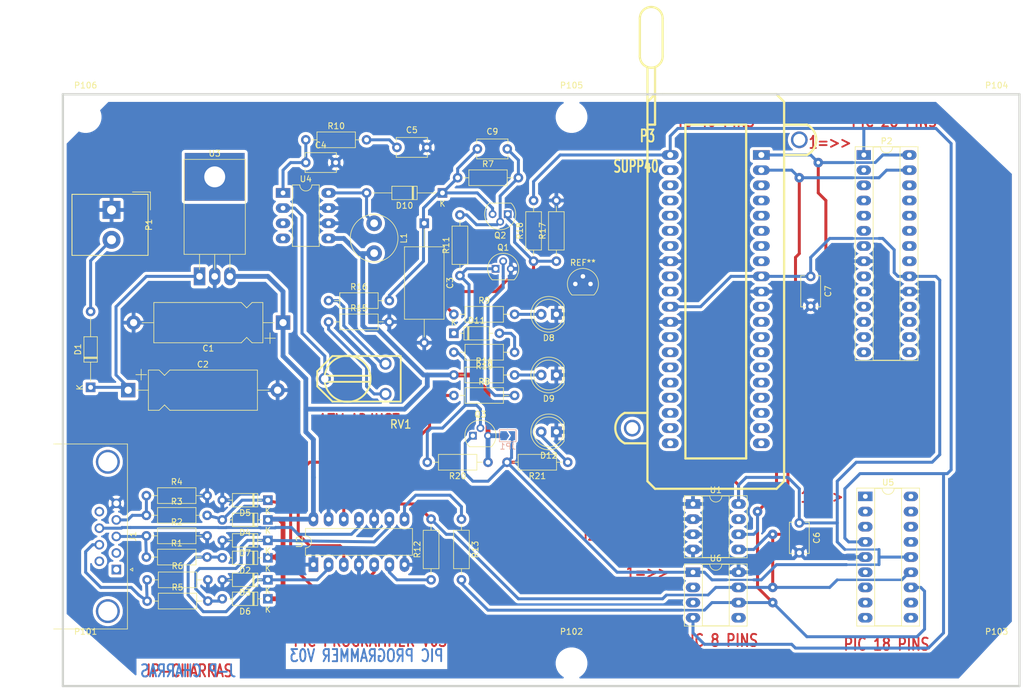
<source format=kicad_pcb>
(kicad_pcb (version 20190905) (host pcbnew "(5.99.0-140-g16f495843-dirty)")
  (title_block (title "SERIAL PIC PROGRAMMER"))
  (layers (0 "top_layer" signal) (31 "bottom_layer" signal) (34 "B.Paste" user) (35 "F.Paste" user) (36 "B.SilkS" user) (37 "F.SilkS" user) (38 "B.Mask" user) (39 "F.Mask" user) (44 "Edge.Cuts" user))
  (net 0 "")
  (net 1 "/PC-CLOCK-OUT")
  (net 2 "GND")
  (net 3 "Net-(C2-Pad1)")
  (net 4 "Net-(C4-Pad1)")
  (net 5 "Net-(C5-Pad1)")
  (net 6 "Net-(C9-Pad2)")
  (net 7 "Net-(D11-Pad1)")
  (net 8 "Net-(D11-Pad2)")
  (net 9 "Net-(Q1-Pad2)")
  (net 10 "Net-(Q3-Pad2)")
  (net 11 "Net-(R12-Pad1)")
  (net 12 "Net-(R13-Pad1)")
  (net 13 "Net-(R15-Pad1)")
  (net 14 "Net-(R16-Pad1)")
  (net 15 "Net-(R8-Pad1)")
  (net 16 "Net-(RV1-Pad2)")
  (net 17 "VCC")
  (net 18 "VPP")
  (net 19 "Net-(D1-Pad2)")
  (net 20 "Net-(D4-Pad2)")
  (net 21 "Net-(D8-Pad2)")
  (net 22 "Net-(D9-Pad2)")
  (net 23 "Net-(D12-Pad2)")
  (net 24 "/VPP/MCLR")
  (net 25 "/CLOCK-RB6")
  (net 26 "/DATA-RB7")
  (net 27 "Net-(D2-Pad2)")
  (net 28 "Net-(D6-Pad2)")
  (net 29 "Net-(D10-Pad2)")
  (net 30 "/VCC_PIC")
  (net 31 "/PC-DATA-IN")
  (net 32 "/PC-DATA-OUT")
  (net 33 "/VPP_ON")
  (net 34 "Net-(Q2-Pad1)")
  (module "Package_TO_SOT_THT:TO-92" (layer "top_layer") (at 142.24 97.79)
    (fp_text reference "Q3" (at 1.27 -3.56) (layer "F.SilkS"))
    (fp_text value "BC307")
    (pad "1" thru_hole rect (at 0 0 90) (size 1.3 1.3) (drill 0.75) (layers *.Cu *.Mask) (net 30 "/VCC_PIC"))
    (pad "3" thru_hole circle (at 2.54 0 90) (size 1.3 1.3) (drill 0.75) (layers *.Cu *.Mask) (net 17 "VCC"))
    (pad "2" thru_hole circle (at 1.27 -1.27 90) (size 1.3 1.3) (drill 0.75) (layers *.Cu *.Mask) (net 10 "Net-(Q3-Pad2)"))
  )
  (module "Package_TO_SOT_THT:TO-92" (layer "top_layer") (at 148.082 60.706 180)
    (fp_text reference "Q2" (at 1.27 -3.56) (layer "F.SilkS"))
    (fp_text value "BC307")
    (pad "1" thru_hole rect (at 0 0 270) (size 1.3 1.3) (drill 0.75) (layers *.Cu *.Mask) (net 34 "Net-(Q2-Pad1)"))
    (pad "3" thru_hole circle (at 2.54 0 270) (size 1.3 1.3) (drill 0.75) (layers *.Cu *.Mask) (net 18 "VPP"))
    (pad "2" thru_hole circle (at 1.27 -1.27 270) (size 1.3 1.3) (drill 0.75) (layers *.Cu *.Mask) (net 6 "Net-(C9-Pad2)"))
  )
  (module "Package_TO_SOT_THT:TO-92" (layer "top_layer") (at 146.05 69.85)
    (fp_text reference "Q1" (at 1.27 -3.56) (layer "F.SilkS"))
    (fp_text value "BC237")
    (pad "1" thru_hole rect (at 0 0 90) (size 1.3 1.3) (drill 0.75) (layers *.Cu *.Mask) (net 7 "Net-(D11-Pad1)"))
    (pad "3" thru_hole circle (at 2.54 0 90) (size 1.3 1.3) (drill 0.75) (layers *.Cu *.Mask) (net 2 "GND"))
    (pad "2" thru_hole circle (at 1.27 -1.27 90) (size 1.3 1.3) (drill 0.75) (layers *.Cu *.Mask) (net 9 "Net-(Q1-Pad2)"))
  )
  (module "Package_TO_SOT_THT:TO-92" (layer "top_layer") (at 159.385 72.39)
    (fp_text reference "REF**" (at 1.27 -3.56) (layer "F.SilkS"))
    (fp_text value "TO-92")
    (pad "2" thru_hole circle (at 1.27 -1.27 90) (size 1.3 1.3) (drill 0.75) (layers *.Cu *.Mask))
    (pad "3" thru_hole circle (at 2.54 0 90) (size 1.3 1.3) (drill 0.75) (layers *.Cu *.Mask))
    (pad "1" thru_hole rect (at 0 0 90) (size 1.3 1.3) (drill 0.75) (layers *.Cu *.Mask))
  )
  (module "footprints:RV2X4" (layer "top_layer") (at 127.635 90.805 180)
    (fp_text reference "RV1" (at -2.54 -5.08 180) (layer "F.SilkS") (effects (font (size 1.397 1.27) (thickness 0.2032))))
    (fp_text value "1K")
    (pad "3" thru_hole circle (at 0 5.08 180) (size 2.032 2.032) (drill 1.27) (layers *.Cu *.Mask) (net 14 "Net-(R16-Pad1)"))
    (pad "2" thru_hole circle (at 10.16 2.54 180) (size 2.032 2.032) (drill 1.27) (layers *.Cu *.Mask) (net 16 "Net-(RV1-Pad2)"))
    (pad "1" thru_hole circle (at 0 0 180) (size 2.032 2.032) (drill 1.27) (layers *.Cu *.Mask) (net 13 "Net-(R15-Pad1)"))
  )
  (module "footprints:40tex-Ell600" (layer "top_layer") (at 175.26 50.8)
    (fp_text reference "P3" (at -3.81 -3.175 180) (layer "F.SilkS") (effects (font (size 2.032 1.27) (thickness 0.3048))))
    (fp_text value "SUPP40" (at -5.715 1.905 180) (layer "F.SilkS") (effects (font (size 2.032 1.27) (thickness 0.3048))))
    (pad "HOLE" thru_hole circle (at -6.35 45.72 270) (size 2.8 2.8) (drill 2) (layers *.Cu *.Mask))
    (pad "HOLE" thru_hole circle (at 21.59 -2.54 270) (size 2.8 2.8) (drill 2) (layers *.Cu *.Mask))
    (pad "40" thru_hole rect (at 15.24 0 270) (size 1.6 2.8) (drill 1) (layers *.Cu *.Mask) (net 26 "/DATA-RB7"))
    (pad "39" thru_hole oval (at 15.24 2.54 270) (size 1.6 2.8) (drill 1) (layers *.Cu *.Mask) (net 25 "/CLOCK-RB6"))
    (pad "38" thru_hole oval (at 15.24 5.08 270) (size 1.6 2.8) (drill 1) (layers *.Cu *.Mask))
    (pad "37" thru_hole oval (at 15.24 7.62 270) (size 1.6 2.8) (drill 1) (layers *.Cu *.Mask))
    (pad "36" thru_hole oval (at 15.24 10.16 270) (size 1.6 2.8) (drill 1) (layers *.Cu *.Mask))
    (pad "35" thru_hole oval (at 15.24 12.7 270) (size 1.6 2.8) (drill 1) (layers *.Cu *.Mask))
    (pad "34" thru_hole oval (at 15.24 15.24 270) (size 1.6 2.8) (drill 1) (layers *.Cu *.Mask))
    (pad "33" thru_hole oval (at 15.24 17.78 270) (size 1.6 2.8) (drill 1) (layers *.Cu *.Mask))
    (pad "32" thru_hole oval (at 15.24 20.32 270) (size 1.6 2.8) (drill 1) (layers *.Cu *.Mask) (net 30 "/VCC_PIC"))
    (pad "31" thru_hole oval (at 15.24 22.86 270) (size 1.6 2.8) (drill 1) (layers *.Cu *.Mask) (net 2 "GND"))
    (pad "30" thru_hole oval (at 15.24 25.4 270) (size 1.6 2.8) (drill 1) (layers *.Cu *.Mask))
    (pad "29" thru_hole oval (at 15.24 27.94 270) (size 1.6 2.8) (drill 1) (layers *.Cu *.Mask))
    (pad "28" thru_hole oval (at 15.24 30.48 270) (size 1.6 2.8) (drill 1) (layers *.Cu *.Mask))
    (pad "27" thru_hole oval (at 15.24 33.02 270) (size 1.6 2.8) (drill 1) (layers *.Cu *.Mask))
    (pad "26" thru_hole oval (at 15.24 35.56 270) (size 1.6 2.8) (drill 1) (layers *.Cu *.Mask))
    (pad "25" thru_hole oval (at 15.24 38.1 270) (size 1.6 2.8) (drill 1) (layers *.Cu *.Mask))
    (pad "24" thru_hole oval (at 15.24 40.64 270) (size 1.6 2.8) (drill 1) (layers *.Cu *.Mask))
    (pad "23" thru_hole oval (at 15.24 43.18 270) (size 1.6 2.8) (drill 1) (layers *.Cu *.Mask))
    (pad "22" thru_hole oval (at 15.24 45.72 270) (size 1.6 2.8) (drill 1) (layers *.Cu *.Mask))
    (pad "21" thru_hole oval (at 15.24 48.26 270) (size 1.6 2.8) (drill 1) (layers *.Cu *.Mask))
    (pad "20" thru_hole oval (at 0 48.26 270) (size 1.6 2.8) (drill 1) (layers *.Cu *.Mask))
    (pad "19" thru_hole oval (at 0 45.72 270) (size 1.6 2.8) (drill 1) (layers *.Cu *.Mask))
    (pad "18" thru_hole oval (at 0 43.18 270) (size 1.6 2.8) (drill 1) (layers *.Cu *.Mask))
    (pad "17" thru_hole oval (at 0 40.64 270) (size 1.6 2.8) (drill 1) (layers *.Cu *.Mask))
    (pad "16" thru_hole oval (at 0 38.1 270) (size 1.6 2.8) (drill 1) (layers *.Cu *.Mask))
    (pad "15" thru_hole oval (at 0 35.56 270) (size 1.6 2.8) (drill 1) (layers *.Cu *.Mask))
    (pad "14" thru_hole oval (at 0 33.02 270) (size 1.6 2.8) (drill 1) (layers *.Cu *.Mask))
    (pad "13" thru_hole oval (at 0 30.48 270) (size 1.6 2.8) (drill 1) (layers *.Cu *.Mask))
    (pad "12" thru_hole oval (at 0 27.94 270) (size 1.6 2.8) (drill 1) (layers *.Cu *.Mask) (net 2 "GND"))
    (pad "11" thru_hole oval (at 0 25.4 270) (size 1.6 2.8) (drill 1) (layers *.Cu *.Mask) (net 30 "/VCC_PIC"))
    (pad "10" thru_hole oval (at 0 22.86 270) (size 1.6 2.8) (drill 1) (layers *.Cu *.Mask))
    (pad "9" thru_hole oval (at 0 20.32 270) (size 1.6 2.8) (drill 1) (layers *.Cu *.Mask))
    (pad "8" thru_hole oval (at 0 17.78 270) (size 1.6 2.8) (drill 1) (layers *.Cu *.Mask) (net 2 "GND"))
    (pad "7" thru_hole oval (at 0 15.24 270) (size 1.6 2.8) (drill 1) (layers *.Cu *.Mask))
    (pad "6" thru_hole oval (at 0 12.7 270) (size 1.6 2.8) (drill 1) (layers *.Cu *.Mask))
    (pad "5" thru_hole oval (at 0 10.16 270) (size 1.6 2.8) (drill 1) (layers *.Cu *.Mask))
    (pad "4" thru_hole oval (at 0 7.62 270) (size 1.6 2.8) (drill 1) (layers *.Cu *.Mask))
    (pad "3" thru_hole oval (at 0 5.08 270) (size 1.6 2.8) (drill 1) (layers *.Cu *.Mask))
    (pad "2" thru_hole oval (at 0 2.54 270) (size 1.6 2.8) (drill 1) (layers *.Cu *.Mask))
    (pad "1" thru_hole oval (at 0 0 270) (size 1.6 2.8) (drill 1) (layers *.Cu *.Mask) (net 24 "/VPP/MCLR"))
  )
  (module "TerminalBlock_Altech:Altech_AK300_1x02_P5.00mm_45-Degree" (layer "top_layer") (at 81.8 60 270)
    (fp_text reference "P1" (at 2.5 -6.26 270) (layer "F.SilkS"))
    (fp_text value "CONN_2")
    (pad "2" thru_hole circle (at 5 0 270) (size 3 3) (drill 1.5) (layers *.Cu *.Mask) (net 19 "Net-(D1-Pad2)"))
    (pad "1" thru_hole rect (at 0 0 270) (size 3 3) (drill 1.5) (layers *.Cu *.Mask) (net 2 "GND"))
  )
  (module "MountingHole:MountingHole_4.3mm_M4" (layer "top_layer") (at 229.87 44.45)
    (fp_text reference "P104" (at 0 -5.3) (layer "F.SilkS"))
    (fp_text value "CONN_1")
    (pad "" np_thru_hole circle (at 0 0) (size 4.3 4.3) (drill 4.3) (layers *.Cu *.Mask))
  )
  (module "MountingHole:MountingHole_4.3mm_M4" (layer "top_layer") (at 77.47 135.89)
    (fp_text reference "P101" (at 0 -5.3) (layer "F.SilkS"))
    (fp_text value "CONN_1")
    (pad "" np_thru_hole circle (at 0 0) (size 4.3 4.3) (drill 4.3) (layers *.Cu *.Mask))
  )
  (module "MountingHole:MountingHole_4.3mm_M4" (layer "top_layer") (at 158.75 135.89)
    (fp_text reference "P102" (at 0 -5.3) (layer "F.SilkS"))
    (fp_text value "CONN_1")
    (pad "" np_thru_hole circle (at 0 0) (size 4.3 4.3) (drill 4.3) (layers *.Cu *.Mask))
  )
  (module "MountingHole:MountingHole_4.3mm_M4" (layer "top_layer") (at 229.87 135.89)
    (fp_text reference "P103" (at 0 -5.3) (layer "F.SilkS"))
    (fp_text value "CONN_1")
    (pad "" np_thru_hole circle (at 0 0) (size 4.3 4.3) (drill 4.3) (layers *.Cu *.Mask))
  )
  (module "MountingHole:MountingHole_4.3mm_M4" (layer "top_layer") (at 158.75 44.45)
    (fp_text reference "P105" (at 0 -5.3) (layer "F.SilkS"))
    (fp_text value "CONN_1")
    (pad "" np_thru_hole circle (at 0 0) (size 4.3 4.3) (drill 4.3) (layers *.Cu *.Mask))
  )
  (module "MountingHole:MountingHole_4.3mm_M4" (layer "top_layer") (at 77.47 44.45)
    (fp_text reference "P106" (at 0 -5.3) (layer "F.SilkS"))
    (fp_text value "CONN_1")
    (pad "" np_thru_hole circle (at 0 0) (size 4.3 4.3) (drill 4.3) (layers *.Cu *.Mask))
  )
  (module "Jumper:SolderJumper-2_P1.3mm_Open_TrianglePad1.0x1.5mm" (layer "bottom_layer") (at 148.082 97.79)
    (fp_text reference "JP1" (at 0 1.8) (layer "B.SilkS") (effects (justify mirror)))
    (fp_text value "JUMPER")
    (pad "1" smd custom (at -0.725 0) (size 0.3 0.3) (layers "bottom_layer" "B.Mask") (net 17 "VCC") (options (clearance outline) (anchor rect)) (primitives (gr_poly (pts (xy -0.5 0.75) (xy 0.5 0.75) (xy 1 0) (xy 0.5 -0.75) (xy -0.5 -0.75)) (width 0))))
    (pad "2" smd custom (at 0.725 0) (size 0.3 0.3) (layers "bottom_layer" "B.Mask") (net 30 "/VCC_PIC") (options (clearance outline) (anchor rect)) (primitives (gr_poly (pts (xy -0.65 0.75) (xy 0.5 0.75) (xy 0.5 -0.75) (xy -0.65 -0.75) (xy -0.15 0)) (width 0))))
  )
  (module "Package_TO_SOT_THT:TO-220-3_Horizontal_TabDown" (layer "top_layer") (at 96.52 71.12)
    (fp_text reference "U3" (at 2.54 -20.58) (layer "F.SilkS"))
    (fp_text value "7805")
    (pad "3" thru_hole oval (at 5.08 0) (size 1.905 3) (drill 1.1) (layers *.Cu *.Mask) (net 17 "VCC"))
    (pad "2" thru_hole oval (at 2.54 0) (size 1.905 3) (drill 1.1) (layers *.Cu *.Mask) (net 2 "GND"))
    (pad "1" thru_hole rect (at 0 0) (size 1.905 3) (drill 1.1) (layers *.Cu *.Mask) (net 3 "Net-(C2-Pad1)"))
    (pad "" thru_hole rect (at 2.54 -16.66) (size 10 8) (drill 3.5) (layers *.Cu *.Mask))
  )
  (module "Inductor_THT:L_Radial_D7.8mm_P5.00mm_Fastron_07HCP" (layer "top_layer") (at 125.73 62.23 270)
    (fp_text reference "L1" (at 2.5 -4.96 270) (layer "F.SilkS"))
    (fp_text value "22uH")
    (pad "2" thru_hole circle (at 5 0 270) (size 2.6 2.6) (drill 1.3) (layers *.Cu *.Mask) (net 17 "VCC"))
    (pad "1" thru_hole circle (at 0 0 270) (size 2.6 2.6) (drill 1.3) (layers *.Cu *.Mask) (net 29 "Net-(D10-Pad2)"))
  )
  (module "LED_THT:LED_D5.0mm" (layer "top_layer") (at 156.21 97.155 180)
    (fp_text reference "D12" (at 1.27 -3.96 180) (layer "F.SilkS"))
    (fp_text value "YELLOW-LED")
    (pad "2" thru_hole circle (at 2.54 0 180) (size 1.8 1.8) (drill 0.9) (layers *.Cu *.Mask) (net 23 "Net-(D12-Pad2)"))
    (pad "1" thru_hole rect (at 0 0 180) (size 1.8 1.8) (drill 0.9) (layers *.Cu *.Mask) (net 2 "GND"))
  )
  (module "LED_THT:LED_D5.0mm" (layer "top_layer") (at 156.21 87.63 180)
    (fp_text reference "D9" (at 1.27 -3.96 180) (layer "F.SilkS"))
    (fp_text value "GREEN-LED")
    (pad "2" thru_hole circle (at 2.54 0 180) (size 1.8 1.8) (drill 0.9) (layers *.Cu *.Mask) (net 22 "Net-(D9-Pad2)"))
    (pad "1" thru_hole rect (at 0 0 180) (size 1.8 1.8) (drill 0.9) (layers *.Cu *.Mask) (net 2 "GND"))
  )
  (module "LED_THT:LED_D5.0mm" (layer "top_layer") (at 156.21 77.47 180)
    (fp_text reference "D8" (at 1.27 -3.96 180) (layer "F.SilkS"))
    (fp_text value "RED-LED")
    (pad "2" thru_hole circle (at 2.54 0 180) (size 1.8 1.8) (drill 0.9) (layers *.Cu *.Mask) (net 21 "Net-(D8-Pad2)"))
    (pad "1" thru_hole rect (at 0 0 180) (size 1.8 1.8) (drill 0.9) (layers *.Cu *.Mask) (net 2 "GND"))
  )
  (module "Capacitor_THT:CP_Axial_L18.0mm_D6.5mm_P25.00mm_Horizontal" (layer "top_layer") (at 84.582 90.17)
    (fp_text reference "C2" (at 12.5 -4.31) (layer "F.SilkS"))
    (fp_text value "220uF")
    (pad "2" thru_hole oval (at 25 0) (size 2.4 2.4) (drill 1.2) (layers *.Cu *.Mask) (net 2 "GND"))
    (pad "1" thru_hole rect (at 0 0) (size 2.4 2.4) (drill 1.2) (layers *.Cu *.Mask) (net 3 "Net-(C2-Pad1)"))
  )
  (module "Capacitor_THT:CP_Axial_L18.0mm_D6.5mm_P25.00mm_Horizontal" (layer "top_layer") (at 110.49 78.867 180)
    (fp_text reference "C1" (at 12.5 -4.31 180) (layer "F.SilkS"))
    (fp_text value "100µF")
    (pad "2" thru_hole oval (at 25 0 180) (size 2.4 2.4) (drill 1.2) (layers *.Cu *.Mask) (net 2 "GND"))
    (pad "1" thru_hole rect (at 0 0 180) (size 2.4 2.4) (drill 1.2) (layers *.Cu *.Mask) (net 17 "VCC"))
  )
  (module "Resistor_THT:R_Axial_DIN0207_L6.3mm_D2.5mm_P10.16mm_Horizontal" (layer "top_layer") (at 135.255 121.92 90)
    (fp_text reference "R12" (at 5.08 -2.31 90) (layer "F.SilkS"))
    (fp_text value "470")
    (pad "2" thru_hole oval (at 10.16 0 90) (size 1.6 1.6) (drill 0.8) (layers *.Cu *.Mask) (net 26 "/DATA-RB7"))
    (pad "1" thru_hole circle (at 0 0 90) (size 1.6 1.6) (drill 0.8) (layers *.Cu *.Mask) (net 11 "Net-(R12-Pad1)"))
  )
  (module "Resistor_THT:R_Axial_DIN0207_L6.3mm_D2.5mm_P10.16mm_Horizontal" (layer "top_layer") (at 139.065 91.059)
    (fp_text reference "R8" (at 5.08 -2.31) (layer "F.SilkS"))
    (fp_text value "1K")
    (pad "2" thru_hole oval (at 10.16 0) (size 1.6 1.6) (drill 0.8) (layers *.Cu *.Mask) (net 9 "Net-(Q1-Pad2)"))
    (pad "1" thru_hole circle (at 0 0) (size 1.6 1.6) (drill 0.8) (layers *.Cu *.Mask) (net 15 "Net-(R8-Pad1)"))
  )
  (module "Resistor_THT:R_Axial_DIN0207_L6.3mm_D2.5mm_P10.16mm_Horizontal" (layer "top_layer") (at 140.335 111.76 270)
    (fp_text reference "R13" (at 5.08 -2.31 270) (layer "F.SilkS"))
    (fp_text value "470")
    (pad "2" thru_hole oval (at 10.16 0 270) (size 1.6 1.6) (drill 0.8) (layers *.Cu *.Mask) (net 25 "/CLOCK-RB6"))
    (pad "1" thru_hole circle (at 0 0 270) (size 1.6 1.6) (drill 0.8) (layers *.Cu *.Mask) (net 12 "Net-(R13-Pad1)"))
  )
  (module "Resistor_THT:R_Axial_DIN0207_L6.3mm_D2.5mm_P10.16mm_Horizontal" (layer "top_layer") (at 139.065 87.63)
    (fp_text reference "R14" (at 5.08 -2.31) (layer "F.SilkS"))
    (fp_text value "470")
    (pad "2" thru_hole oval (at 10.16 0) (size 1.6 1.6) (drill 0.8) (layers *.Cu *.Mask) (net 22 "Net-(D9-Pad2)"))
    (pad "1" thru_hole circle (at 0 0) (size 1.6 1.6) (drill 0.8) (layers *.Cu *.Mask) (net 17 "VCC"))
  )
  (module "Resistor_THT:R_Axial_DIN0207_L6.3mm_D2.5mm_P10.16mm_Horizontal" (layer "top_layer") (at 118.11 78.74)
    (fp_text reference "R15" (at 5.08 -2.31) (layer "F.SilkS"))
    (fp_text value "6.2K")
    (pad "2" thru_hole oval (at 10.16 0) (size 1.6 1.6) (drill 0.8) (layers *.Cu *.Mask) (net 2 "GND"))
    (pad "1" thru_hole circle (at 0 0) (size 1.6 1.6) (drill 0.8) (layers *.Cu *.Mask) (net 13 "Net-(R15-Pad1)"))
  )
  (module "Resistor_THT:R_Axial_DIN0207_L6.3mm_D2.5mm_P10.16mm_Horizontal" (layer "top_layer") (at 118.11 75.184)
    (fp_text reference "R16" (at 5.08 -2.31) (layer "F.SilkS"))
    (fp_text value "62K")
    (pad "2" thru_hole oval (at 10.16 0) (size 1.6 1.6) (drill 0.8) (layers *.Cu *.Mask) (net 18 "VPP"))
    (pad "1" thru_hole circle (at 0 0) (size 1.6 1.6) (drill 0.8) (layers *.Cu *.Mask) (net 14 "Net-(R16-Pad1)"))
  )
  (module "Resistor_THT:R_Axial_DIN0207_L6.3mm_D2.5mm_P10.16mm_Horizontal" (layer "top_layer") (at 156.21 68.58 90)
    (fp_text reference "R17" (at 5.08 -2.31 90) (layer "F.SilkS"))
    (fp_text value "22K")
    (pad "2" thru_hole oval (at 10.16 0 90) (size 1.6 1.6) (drill 0.8) (layers *.Cu *.Mask) (net 2 "GND"))
    (pad "1" thru_hole circle (at 0 0 90) (size 1.6 1.6) (drill 0.8) (layers *.Cu *.Mask) (net 34 "Net-(Q2-Pad1)"))
  )
  (module "Resistor_THT:R_Axial_DIN0207_L6.3mm_D2.5mm_P10.16mm_Horizontal" (layer "top_layer") (at 149.225 83.82 180)
    (fp_text reference "R19" (at 5.08 -2.31 180) (layer "F.SilkS"))
    (fp_text value "2.2K")
    (pad "2" thru_hole oval (at 10.16 0 180) (size 1.6 1.6) (drill 0.8) (layers *.Cu *.Mask) (net 10 "Net-(Q3-Pad2)"))
    (pad "1" thru_hole circle (at 0 0 180) (size 1.6 1.6) (drill 0.8) (layers *.Cu *.Mask) (net 8 "Net-(D11-Pad2)"))
  )
  (module "Resistor_THT:R_Axial_DIN0207_L6.3mm_D2.5mm_P10.16mm_Horizontal" (layer "top_layer") (at 144.78 102.235 180)
    (fp_text reference "R20" (at 5.08 -2.31 180) (layer "F.SilkS"))
    (fp_text value "2.2K")
    (pad "2" thru_hole oval (at 10.16 0 180) (size 1.6 1.6) (drill 0.8) (layers *.Cu *.Mask) (net 10 "Net-(Q3-Pad2)"))
    (pad "1" thru_hole circle (at 0 0 180) (size 1.6 1.6) (drill 0.8) (layers *.Cu *.Mask) (net 17 "VCC"))
  )
  (module "Resistor_THT:R_Axial_DIN0207_L6.3mm_D2.5mm_P10.16mm_Horizontal" (layer "top_layer") (at 158.115 102.235 180)
    (fp_text reference "R21" (at 5.08 -2.31 180) (layer "F.SilkS"))
    (fp_text value "470")
    (pad "2" thru_hole oval (at 10.16 0 180) (size 1.6 1.6) (drill 0.8) (layers *.Cu *.Mask) (net 30 "/VCC_PIC"))
    (pad "1" thru_hole circle (at 0 0 180) (size 1.6 1.6) (drill 0.8) (layers *.Cu *.Mask) (net 23 "Net-(D12-Pad2)"))
  )
  (module "Resistor_THT:R_Axial_DIN0207_L6.3mm_D2.5mm_P10.16mm_Horizontal" (layer "top_layer") (at 87.757 121.92)
    (fp_text reference "R6" (at 5.08 -2.31) (layer "F.SilkS"))
    (fp_text value "10K")
    (pad "2" thru_hole oval (at 10.16 0) (size 1.6 1.6) (drill 0.8) (layers *.Cu *.Mask) (net 2 "GND"))
    (pad "1" thru_hole circle (at 0 0) (size 1.6 1.6) (drill 0.8) (layers *.Cu *.Mask) (net 1 "/PC-CLOCK-OUT"))
  )
  (module "Resistor_THT:R_Axial_DIN0207_L6.3mm_D2.5mm_P10.16mm_Horizontal" (layer "top_layer") (at 139.7 54.61)
    (fp_text reference "R7" (at 5.08 -2.31) (layer "F.SilkS"))
    (fp_text value "10K")
    (pad "2" thru_hole oval (at 10.16 0) (size 1.6 1.6) (drill 0.8) (layers *.Cu *.Mask) (net 6 "Net-(C9-Pad2)"))
    (pad "1" thru_hole circle (at 0 0) (size 1.6 1.6) (drill 0.8) (layers *.Cu *.Mask) (net 18 "VPP"))
  )
  (module "Resistor_THT:R_Axial_DIN0207_L6.3mm_D2.5mm_P10.16mm_Horizontal" (layer "top_layer") (at 87.757 125.476)
    (fp_text reference "R5" (at 5.08 -2.31) (layer "F.SilkS"))
    (fp_text value "10K")
    (pad "2" thru_hole oval (at 10.16 0) (size 1.6 1.6) (drill 0.8) (layers *.Cu *.Mask) (net 28 "Net-(D6-Pad2)"))
    (pad "1" thru_hole circle (at 0 0) (size 1.6 1.6) (drill 0.8) (layers *.Cu *.Mask) (net 1 "/PC-CLOCK-OUT"))
  )
  (module "Resistor_THT:R_Axial_DIN0207_L6.3mm_D2.5mm_P10.16mm_Horizontal" (layer "top_layer") (at 87.63 107.823)
    (fp_text reference "R4" (at 5.08 -2.31) (layer "F.SilkS"))
    (fp_text value "10K")
    (pad "2" thru_hole oval (at 10.16 0) (size 1.6 1.6) (drill 0.8) (layers *.Cu *.Mask) (net 2 "GND"))
    (pad "1" thru_hole circle (at 0 0) (size 1.6 1.6) (drill 0.8) (layers *.Cu *.Mask) (net 32 "/PC-DATA-OUT"))
  )
  (module "Resistor_THT:R_Axial_DIN0207_L6.3mm_D2.5mm_P10.16mm_Horizontal" (layer "top_layer") (at 87.63 111.125)
    (fp_text reference "R3" (at 5.08 -2.31) (layer "F.SilkS"))
    (fp_text value "10K")
    (pad "2" thru_hole oval (at 10.16 0) (size 1.6 1.6) (drill 0.8) (layers *.Cu *.Mask) (net 20 "Net-(D4-Pad2)"))
    (pad "1" thru_hole circle (at 0 0) (size 1.6 1.6) (drill 0.8) (layers *.Cu *.Mask) (net 32 "/PC-DATA-OUT"))
  )
  (module "Resistor_THT:R_Axial_DIN0207_L6.3mm_D2.5mm_P10.16mm_Horizontal" (layer "top_layer") (at 87.63 114.554)
    (fp_text reference "R2" (at 5.08 -2.31) (layer "F.SilkS"))
    (fp_text value "10K")
    (pad "2" thru_hole oval (at 10.16 0) (size 1.6 1.6) (drill 0.8) (layers *.Cu *.Mask) (net 2 "GND"))
    (pad "1" thru_hole circle (at 0 0) (size 1.6 1.6) (drill 0.8) (layers *.Cu *.Mask) (net 33 "/VPP_ON"))
  )
  (module "Resistor_THT:R_Axial_DIN0207_L6.3mm_D2.5mm_P10.16mm_Horizontal" (layer "top_layer") (at 87.63 118.11)
    (fp_text reference "R1" (at 5.08 -2.31) (layer "F.SilkS"))
    (fp_text value "10K")
    (pad "2" thru_hole oval (at 10.16 0) (size 1.6 1.6) (drill 0.8) (layers *.Cu *.Mask) (net 27 "Net-(D2-Pad2)"))
    (pad "1" thru_hole circle (at 0 0) (size 1.6 1.6) (drill 0.8) (layers *.Cu *.Mask) (net 33 "/VPP_ON"))
  )
  (module "Resistor_THT:R_Axial_DIN0207_L6.3mm_D2.5mm_P10.16mm_Horizontal" (layer "top_layer") (at 139.065 77.47)
    (fp_text reference "R9" (at 5.08 -2.31) (layer "F.SilkS"))
    (fp_text value "2.2K")
    (pad "2" thru_hole oval (at 10.16 0) (size 1.6 1.6) (drill 0.8) (layers *.Cu *.Mask) (net 21 "Net-(D8-Pad2)"))
    (pad "1" thru_hole circle (at 0 0) (size 1.6 1.6) (drill 0.8) (layers *.Cu *.Mask) (net 34 "Net-(Q2-Pad1)"))
  )
  (module "Resistor_THT:R_Axial_DIN0207_L6.3mm_D2.5mm_P10.16mm_Horizontal" (layer "top_layer") (at 114.3 48.26)
    (fp_text reference "R10" (at 5.08 -2.31) (layer "F.SilkS"))
    (fp_text value "5,1K")
    (pad "2" thru_hole oval (at 10.16 0) (size 1.6 1.6) (drill 0.8) (layers *.Cu *.Mask) (net 5 "Net-(C5-Pad1)"))
    (pad "1" thru_hole circle (at 0 0) (size 1.6 1.6) (drill 0.8) (layers *.Cu *.Mask) (net 4 "Net-(C4-Pad1)"))
  )
  (module "Resistor_THT:R_Axial_DIN0207_L6.3mm_D2.5mm_P10.16mm_Horizontal" (layer "top_layer") (at 152.4 68.58 90)
    (fp_text reference "R18" (at 5.08 -2.31 90) (layer "F.SilkS"))
    (fp_text value "220")
    (pad "2" thru_hole oval (at 10.16 0 90) (size 1.6 1.6) (drill 0.8) (layers *.Cu *.Mask) (net 24 "/VPP/MCLR"))
    (pad "1" thru_hole circle (at 0 0 90) (size 1.6 1.6) (drill 0.8) (layers *.Cu *.Mask) (net 34 "Net-(Q2-Pad1)"))
  )
  (module "Resistor_THT:R_Axial_DIN0207_L6.3mm_D2.5mm_P10.16mm_Horizontal" (layer "top_layer") (at 140.081 70.993 90)
    (fp_text reference "R11" (at 5.08 -2.31 90) (layer "F.SilkS"))
    (fp_text value "22K")
    (pad "2" thru_hole oval (at 10.16 0 90) (size 1.6 1.6) (drill 0.8) (layers *.Cu *.Mask) (net 6 "Net-(C9-Pad2)"))
    (pad "1" thru_hole circle (at 0 0 90) (size 1.6 1.6) (drill 0.8) (layers *.Cu *.Mask) (net 7 "Net-(D11-Pad1)"))
  )
  (module "Diode_THT:D_DO-35_SOD27_P12.70mm_Horizontal" (layer "top_layer") (at 137.16 57.15 180)
    (fp_text reference "D10" (at 6.35 -2.12 180) (layer "F.SilkS"))
    (fp_text value "SCHOTTKY")
    (fp_text user "K" (at 0 -1.8 180) (layer "F.SilkS"))
    (pad "2" thru_hole oval (at 12.7 0 180) (size 1.6 1.6) (drill 0.8) (layers *.Cu *.Mask) (net 29 "Net-(D10-Pad2)"))
    (pad "1" thru_hole rect (at 0 0 180) (size 1.6 1.6) (drill 0.8) (layers *.Cu *.Mask) (net 18 "VPP"))
  )
  (module "Diode_THT:D_DO-35_SOD27_P12.70mm_Horizontal" (layer "top_layer") (at 78.3 89.7 90)
    (fp_text reference "D1" (at 6.35 -2.12 90) (layer "F.SilkS"))
    (fp_text value "1N4004")
    (fp_text user "K" (at 0 -1.8 90) (layer "F.SilkS"))
    (pad "2" thru_hole oval (at 12.7 0 90) (size 1.6 1.6) (drill 0.8) (layers *.Cu *.Mask) (net 19 "Net-(D1-Pad2)"))
    (pad "1" thru_hole rect (at 0 0 90) (size 1.6 1.6) (drill 0.8) (layers *.Cu *.Mask) (net 3 "Net-(C2-Pad1)"))
  )
  (module "Capacitor_THT:C_Disc_D5.1mm_W3.2mm_P5.00mm" (layer "top_layer") (at 143.002 49.784)
    (fp_text reference "C9" (at 2.5 -2.91) (layer "F.SilkS"))
    (fp_text value "220nF")
    (pad "2" thru_hole circle (at 5 0) (size 1.6 1.6) (drill 0.8) (layers *.Cu *.Mask) (net 6 "Net-(C9-Pad2)"))
    (pad "1" thru_hole circle (at 0 0) (size 1.6 1.6) (drill 0.8) (layers *.Cu *.Mask) (net 18 "VPP"))
  )
  (module "Capacitor_THT:C_Disc_D5.1mm_W3.2mm_P5.00mm" (layer "top_layer") (at 198.755 71.12 270)
    (fp_text reference "C7" (at 2.5 -2.91 270) (layer "F.SilkS"))
    (fp_text value "100nF")
    (pad "2" thru_hole circle (at 5 0 270) (size 1.6 1.6) (drill 0.8) (layers *.Cu *.Mask) (net 2 "GND"))
    (pad "1" thru_hole circle (at 0 0 270) (size 1.6 1.6) (drill 0.8) (layers *.Cu *.Mask) (net 30 "/VCC_PIC"))
  )
  (module "Capacitor_THT:C_Disc_D5.1mm_W3.2mm_P5.00mm" (layer "top_layer") (at 196.85 112.395 270)
    (fp_text reference "C6" (at 2.5 -2.91 270) (layer "F.SilkS"))
    (fp_text value "100nF")
    (pad "2" thru_hole circle (at 5 0 270) (size 1.6 1.6) (drill 0.8) (layers *.Cu *.Mask) (net 2 "GND"))
    (pad "1" thru_hole circle (at 0 0 270) (size 1.6 1.6) (drill 0.8) (layers *.Cu *.Mask) (net 30 "/VCC_PIC"))
  )
  (module "Capacitor_THT:C_Disc_D5.1mm_W3.2mm_P5.00mm" (layer "top_layer") (at 129.54 49.53)
    (fp_text reference "C5" (at 2.5 -2.91) (layer "F.SilkS"))
    (fp_text value "10nF")
    (pad "2" thru_hole circle (at 5 0) (size 1.6 1.6) (drill 0.8) (layers *.Cu *.Mask) (net 2 "GND"))
    (pad "1" thru_hole circle (at 0 0) (size 1.6 1.6) (drill 0.8) (layers *.Cu *.Mask) (net 5 "Net-(C5-Pad1)"))
  )
  (module "Capacitor_THT:C_Disc_D5.1mm_W3.2mm_P5.00mm" (layer "top_layer") (at 114.3 52.07)
    (fp_text reference "C4" (at 2.5 -2.91) (layer "F.SilkS"))
    (fp_text value "0")
    (pad "2" thru_hole circle (at 5 0) (size 1.6 1.6) (drill 0.8) (layers *.Cu *.Mask) (net 2 "GND"))
    (pad "1" thru_hole circle (at 0 0) (size 1.6 1.6) (drill 0.8) (layers *.Cu *.Mask) (net 4 "Net-(C4-Pad1)"))
  )
  (module "Connector_Dsub:DSUB-9_Female_Horizontal_P2.77x2.84mm_EdgePinOffset7.70mm_Housed_MountingHolesOffset9.12mm" (layer "top_layer") (at 82.6 120.2 270)
    (fp_text reference "J1" (at -5.54 -2.8 270) (layer "F.SilkS"))
    (fp_text value "DB9-FEMAL")
    (pad "0" thru_hole circle (at 6.96 1.42 270) (size 4 4) (drill 3.2) (layers *.Cu *.Mask))
    (pad "0" thru_hole circle (at -18.04 1.42 270) (size 4 4) (drill 3.2) (layers *.Cu *.Mask))
    (pad "9" thru_hole circle (at -9.695 2.84 270) (size 1.6 1.6) (drill 1) (layers *.Cu *.Mask))
    (pad "8" thru_hole circle (at -6.925 2.84 270) (size 1.6 1.6) (drill 1) (layers *.Cu *.Mask) (net 31 "/PC-DATA-IN"))
    (pad "7" thru_hole circle (at -4.155 2.84 270) (size 1.6 1.6) (drill 1) (layers *.Cu *.Mask) (net 1 "/PC-CLOCK-OUT"))
    (pad "6" thru_hole circle (at -1.385 2.84 270) (size 1.6 1.6) (drill 1) (layers *.Cu *.Mask))
    (pad "5" thru_hole circle (at -11.08 0 270) (size 1.6 1.6) (drill 1) (layers *.Cu *.Mask) (net 2 "GND"))
    (pad "4" thru_hole circle (at -8.31 0 270) (size 1.6 1.6) (drill 1) (layers *.Cu *.Mask) (net 32 "/PC-DATA-OUT"))
    (pad "3" thru_hole circle (at -5.54 0 270) (size 1.6 1.6) (drill 1) (layers *.Cu *.Mask) (net 33 "/VPP_ON"))
    (pad "2" thru_hole circle (at -2.77 0 270) (size 1.6 1.6) (drill 1) (layers *.Cu *.Mask))
    (pad "1" thru_hole rect (at 0 0 270) (size 1.6 1.6) (drill 1) (layers *.Cu *.Mask))
  )
  (module "Diode_THT:D_DO-35_SOD27_P7.62mm_Horizontal" (layer "top_layer") (at 107.95 125.095 180)
    (fp_text reference "D6" (at 3.81 -2.12 180) (layer "F.SilkS"))
    (fp_text value "BAT43")
    (fp_text user "K" (at 0 -1.8 180) (layer "F.SilkS"))
    (pad "2" thru_hole oval (at 7.62 0 180) (size 1.6 1.6) (drill 0.8) (layers *.Cu *.Mask) (net 28 "Net-(D6-Pad2)"))
    (pad "1" thru_hole rect (at 0 0 180) (size 1.6 1.6) (drill 0.8) (layers *.Cu *.Mask) (net 17 "VCC"))
  )
  (module "Diode_THT:D_DO-35_SOD27_P7.62mm_Horizontal" (layer "top_layer") (at 107.95 115.316 180)
    (fp_text reference "D7" (at 3.81 -2.12 180) (layer "F.SilkS"))
    (fp_text value "BAT43")
    (fp_text user "K" (at 0 -1.8 180) (layer "F.SilkS"))
    (pad "2" thru_hole oval (at 7.62 0 180) (size 1.6 1.6) (drill 0.8) (layers *.Cu *.Mask) (net 2 "GND"))
    (pad "1" thru_hole rect (at 0 0 180) (size 1.6 1.6) (drill 0.8) (layers *.Cu *.Mask) (net 28 "Net-(D6-Pad2)"))
  )
  (module "Diode_THT:D_DO-35_SOD27_P7.62mm_Horizontal" (layer "top_layer") (at 139.065 80.645)
    (fp_text reference "D11" (at 3.81 -2.12) (layer "F.SilkS"))
    (fp_text value "BAT43")
    (fp_text user "K" (at 0 -1.8) (layer "F.SilkS"))
    (pad "2" thru_hole oval (at 7.62 0) (size 1.6 1.6) (drill 0.8) (layers *.Cu *.Mask) (net 8 "Net-(D11-Pad2)"))
    (pad "1" thru_hole rect (at 0 0) (size 1.6 1.6) (drill 0.8) (layers *.Cu *.Mask) (net 7 "Net-(D11-Pad1)"))
  )
  (module "Diode_THT:D_DO-35_SOD27_P7.62mm_Horizontal" (layer "top_layer") (at 107.95 108.585 180)
    (fp_text reference "D5" (at 3.81 -2.12 180) (layer "F.SilkS"))
    (fp_text value "BAT43")
    (fp_text user "K" (at 0 -1.8 180) (layer "F.SilkS"))
    (pad "2" thru_hole oval (at 7.62 0 180) (size 1.6 1.6) (drill 0.8) (layers *.Cu *.Mask) (net 2 "GND"))
    (pad "1" thru_hole rect (at 0 0 180) (size 1.6 1.6) (drill 0.8) (layers *.Cu *.Mask) (net 20 "Net-(D4-Pad2)"))
  )
  (module "Diode_THT:D_DO-35_SOD27_P7.62mm_Horizontal" (layer "top_layer") (at 107.95 111.887 180)
    (fp_text reference "D4" (at 3.81 -2.12 180) (layer "F.SilkS"))
    (fp_text value "BAT43")
    (fp_text user "K" (at 0 -1.8 180) (layer "F.SilkS"))
    (pad "2" thru_hole oval (at 7.62 0 180) (size 1.6 1.6) (drill 0.8) (layers *.Cu *.Mask) (net 20 "Net-(D4-Pad2)"))
    (pad "1" thru_hole rect (at 0 0 180) (size 1.6 1.6) (drill 0.8) (layers *.Cu *.Mask) (net 17 "VCC"))
  )
  (module "Diode_THT:D_DO-35_SOD27_P7.62mm_Horizontal" (layer "top_layer") (at 107.95 121.92 180)
    (fp_text reference "D3" (at 3.81 -2.12 180) (layer "F.SilkS"))
    (fp_text value "BAT43")
    (fp_text user "K" (at 0 -1.8 180) (layer "F.SilkS"))
    (pad "2" thru_hole oval (at 7.62 0 180) (size 1.6 1.6) (drill 0.8) (layers *.Cu *.Mask) (net 2 "GND"))
    (pad "1" thru_hole rect (at 0 0 180) (size 1.6 1.6) (drill 0.8) (layers *.Cu *.Mask) (net 27 "Net-(D2-Pad2)"))
  )
  (module "Diode_THT:D_DO-35_SOD27_P7.62mm_Horizontal" (layer "top_layer") (at 107.95 118.237 180)
    (fp_text reference "D2" (at 3.81 -2.12 180) (layer "F.SilkS"))
    (fp_text value "BAT43")
    (fp_text user "K" (at 0 -1.8 180) (layer "F.SilkS"))
    (pad "2" thru_hole oval (at 7.62 0 180) (size 1.6 1.6) (drill 0.8) (layers *.Cu *.Mask) (net 27 "Net-(D2-Pad2)"))
    (pad "1" thru_hole rect (at 0 0 180) (size 1.6 1.6) (drill 0.8) (layers *.Cu *.Mask) (net 17 "VCC"))
  )
  (module "Package_DIP:DIP-14_W7.62mm_LongPads" (layer "top_layer") (at 115.57 119.38 90)
    (fp_text reference "U2" (at 3.81 -2.33 90) (layer "F.SilkS"))
    (fp_text value "74HC125")
    (pad "14" thru_hole oval (at 7.62 0 90) (size 2.4 1.6) (drill 0.8) (layers *.Cu *.Mask) (net 17 "VCC"))
    (pad "7" thru_hole oval (at 0 15.24 90) (size 2.4 1.6) (drill 0.8) (layers *.Cu *.Mask) (net 2 "GND"))
    (pad "13" thru_hole oval (at 7.62 2.54 90) (size 2.4 1.6) (drill 0.8) (layers *.Cu *.Mask) (net 2 "GND"))
    (pad "6" thru_hole oval (at 0 12.7 90) (size 2.4 1.6) (drill 0.8) (layers *.Cu *.Mask) (net 11 "Net-(R12-Pad1)"))
    (pad "12" thru_hole oval (at 7.62 5.08 90) (size 2.4 1.6) (drill 0.8) (layers *.Cu *.Mask) (net 26 "/DATA-RB7"))
    (pad "5" thru_hole oval (at 0 10.16 90) (size 2.4 1.6) (drill 0.8) (layers *.Cu *.Mask) (net 20 "Net-(D4-Pad2)"))
    (pad "11" thru_hole oval (at 7.62 7.62 90) (size 2.4 1.6) (drill 0.8) (layers *.Cu *.Mask) (net 31 "/PC-DATA-IN"))
    (pad "4" thru_hole oval (at 0 7.62 90) (size 2.4 1.6) (drill 0.8) (layers *.Cu *.Mask) (net 2 "GND"))
    (pad "10" thru_hole oval (at 7.62 10.16 90) (size 2.4 1.6) (drill 0.8) (layers *.Cu *.Mask) (net 2 "GND"))
    (pad "3" thru_hole oval (at 0 5.08 90) (size 2.4 1.6) (drill 0.8) (layers *.Cu *.Mask) (net 15 "Net-(R8-Pad1)"))
    (pad "9" thru_hole oval (at 7.62 12.7 90) (size 2.4 1.6) (drill 0.8) (layers *.Cu *.Mask) (net 28 "Net-(D6-Pad2)"))
    (pad "2" thru_hole oval (at 0 2.54 90) (size 2.4 1.6) (drill 0.8) (layers *.Cu *.Mask) (net 27 "Net-(D2-Pad2)"))
    (pad "8" thru_hole oval (at 7.62 15.24 90) (size 2.4 1.6) (drill 0.8) (layers *.Cu *.Mask) (net 12 "Net-(R13-Pad1)"))
    (pad "1" thru_hole rect (at 0 0 90) (size 2.4 1.6) (drill 0.8) (layers *.Cu *.Mask) (net 2 "GND"))
  )
  (module "Package_DIP:DIP-18_W7.62mm_Socket_LongPads" (layer "top_layer") (at 207.899 107.95)
    (fp_text reference "U5" (at 3.81 -2.33) (layer "F.SilkS"))
    (fp_text value "PIC_18_PINS")
    (pad "18" thru_hole oval (at 7.62 0) (size 2.4 1.6) (drill 0.8) (layers *.Cu *.Mask))
    (pad "9" thru_hole oval (at 0 20.32) (size 2.4 1.6) (drill 0.8) (layers *.Cu *.Mask))
    (pad "17" thru_hole oval (at 7.62 2.54) (size 2.4 1.6) (drill 0.8) (layers *.Cu *.Mask))
    (pad "8" thru_hole oval (at 0 17.78) (size 2.4 1.6) (drill 0.8) (layers *.Cu *.Mask))
    (pad "16" thru_hole oval (at 7.62 5.08) (size 2.4 1.6) (drill 0.8) (layers *.Cu *.Mask))
    (pad "7" thru_hole oval (at 0 15.24) (size 2.4 1.6) (drill 0.8) (layers *.Cu *.Mask))
    (pad "15" thru_hole oval (at 7.62 7.62) (size 2.4 1.6) (drill 0.8) (layers *.Cu *.Mask))
    (pad "6" thru_hole oval (at 0 12.7) (size 2.4 1.6) (drill 0.8) (layers *.Cu *.Mask))
    (pad "14" thru_hole oval (at 7.62 10.16) (size 2.4 1.6) (drill 0.8) (layers *.Cu *.Mask) (net 30 "/VCC_PIC"))
    (pad "5" thru_hole oval (at 0 10.16) (size 2.4 1.6) (drill 0.8) (layers *.Cu *.Mask) (net 2 "GND"))
    (pad "13" thru_hole oval (at 7.62 12.7) (size 2.4 1.6) (drill 0.8) (layers *.Cu *.Mask) (net 26 "/DATA-RB7"))
    (pad "4" thru_hole oval (at 0 7.62) (size 2.4 1.6) (drill 0.8) (layers *.Cu *.Mask) (net 24 "/VPP/MCLR"))
    (pad "12" thru_hole oval (at 7.62 15.24) (size 2.4 1.6) (drill 0.8) (layers *.Cu *.Mask) (net 25 "/CLOCK-RB6"))
    (pad "3" thru_hole oval (at 0 5.08) (size 2.4 1.6) (drill 0.8) (layers *.Cu *.Mask))
    (pad "11" thru_hole oval (at 7.62 17.78) (size 2.4 1.6) (drill 0.8) (layers *.Cu *.Mask))
    (pad "2" thru_hole oval (at 0 2.54) (size 2.4 1.6) (drill 0.8) (layers *.Cu *.Mask))
    (pad "10" thru_hole oval (at 7.62 20.32) (size 2.4 1.6) (drill 0.8) (layers *.Cu *.Mask))
    (pad "1" thru_hole rect (at 0 0) (size 2.4 1.6) (drill 0.8) (layers *.Cu *.Mask))
  )
  (module "Package_DIP:DIP-28_W7.62mm_Socket_LongPads" (layer "top_layer") (at 207.645 50.8)
    (fp_text reference "P2" (at 3.81 -2.33) (layer "F.SilkS"))
    (fp_text value "SUPP28")
    (pad "28" thru_hole oval (at 7.62 0) (size 2.4 1.6) (drill 0.8) (layers *.Cu *.Mask) (net 26 "/DATA-RB7"))
    (pad "14" thru_hole oval (at 0 33.02) (size 2.4 1.6) (drill 0.8) (layers *.Cu *.Mask))
    (pad "27" thru_hole oval (at 7.62 2.54) (size 2.4 1.6) (drill 0.8) (layers *.Cu *.Mask) (net 25 "/CLOCK-RB6"))
    (pad "13" thru_hole oval (at 0 30.48) (size 2.4 1.6) (drill 0.8) (layers *.Cu *.Mask))
    (pad "26" thru_hole oval (at 7.62 5.08) (size 2.4 1.6) (drill 0.8) (layers *.Cu *.Mask))
    (pad "12" thru_hole oval (at 0 27.94) (size 2.4 1.6) (drill 0.8) (layers *.Cu *.Mask))
    (pad "25" thru_hole oval (at 7.62 7.62) (size 2.4 1.6) (drill 0.8) (layers *.Cu *.Mask))
    (pad "11" thru_hole oval (at 0 25.4) (size 2.4 1.6) (drill 0.8) (layers *.Cu *.Mask))
    (pad "24" thru_hole oval (at 7.62 10.16) (size 2.4 1.6) (drill 0.8) (layers *.Cu *.Mask))
    (pad "10" thru_hole oval (at 0 22.86) (size 2.4 1.6) (drill 0.8) (layers *.Cu *.Mask))
    (pad "23" thru_hole oval (at 7.62 12.7) (size 2.4 1.6) (drill 0.8) (layers *.Cu *.Mask))
    (pad "9" thru_hole oval (at 0 20.32) (size 2.4 1.6) (drill 0.8) (layers *.Cu *.Mask))
    (pad "22" thru_hole oval (at 7.62 15.24) (size 2.4 1.6) (drill 0.8) (layers *.Cu *.Mask))
    (pad "8" thru_hole oval (at 0 17.78) (size 2.4 1.6) (drill 0.8) (layers *.Cu *.Mask) (net 2 "GND"))
    (pad "21" thru_hole oval (at 7.62 17.78) (size 2.4 1.6) (drill 0.8) (layers *.Cu *.Mask))
    (pad "7" thru_hole oval (at 0 15.24) (size 2.4 1.6) (drill 0.8) (layers *.Cu *.Mask))
    (pad "20" thru_hole oval (at 7.62 20.32) (size 2.4 1.6) (drill 0.8) (layers *.Cu *.Mask) (net 30 "/VCC_PIC"))
    (pad "6" thru_hole oval (at 0 12.7) (size 2.4 1.6) (drill 0.8) (layers *.Cu *.Mask))
    (pad "19" thru_hole oval (at 7.62 22.86) (size 2.4 1.6) (drill 0.8) (layers *.Cu *.Mask) (net 2 "GND"))
    (pad "5" thru_hole oval (at 0 10.16) (size 2.4 1.6) (drill 0.8) (layers *.Cu *.Mask))
    (pad "18" thru_hole oval (at 7.62 25.4) (size 2.4 1.6) (drill 0.8) (layers *.Cu *.Mask))
    (pad "4" thru_hole oval (at 0 7.62) (size 2.4 1.6) (drill 0.8) (layers *.Cu *.Mask))
    (pad "17" thru_hole oval (at 7.62 27.94) (size 2.4 1.6) (drill 0.8) (layers *.Cu *.Mask))
    (pad "3" thru_hole oval (at 0 5.08) (size 2.4 1.6) (drill 0.8) (layers *.Cu *.Mask))
    (pad "16" thru_hole oval (at 7.62 30.48) (size 2.4 1.6) (drill 0.8) (layers *.Cu *.Mask))
    (pad "2" thru_hole oval (at 0 2.54) (size 2.4 1.6) (drill 0.8) (layers *.Cu *.Mask))
    (pad "15" thru_hole oval (at 7.62 33.02) (size 2.4 1.6) (drill 0.8) (layers *.Cu *.Mask))
    (pad "1" thru_hole rect (at 0 0) (size 2.4 1.6) (drill 0.8) (layers *.Cu *.Mask) (net 24 "/VPP/MCLR"))
  )
  (module "Package_DIP:DIP-8_W7.62mm_LongPads" (layer "top_layer") (at 110.49 57.15)
    (fp_text reference "U4" (at 3.81 -2.33) (layer "F.SilkS"))
    (fp_text value "LT1373")
    (pad "8" thru_hole oval (at 7.62 0) (size 2.4 1.6) (drill 0.8) (layers *.Cu *.Mask) (net 29 "Net-(D10-Pad2)"))
    (pad "4" thru_hole oval (at 0 7.62) (size 2.4 1.6) (drill 0.8) (layers *.Cu *.Mask))
    (pad "7" thru_hole oval (at 7.62 2.54) (size 2.4 1.6) (drill 0.8) (layers *.Cu *.Mask) (net 2 "GND"))
    (pad "3" thru_hole oval (at 0 5.08) (size 2.4 1.6) (drill 0.8) (layers *.Cu *.Mask))
    (pad "6" thru_hole oval (at 7.62 5.08) (size 2.4 1.6) (drill 0.8) (layers *.Cu *.Mask) (net 2 "GND"))
    (pad "2" thru_hole oval (at 0 2.54) (size 2.4 1.6) (drill 0.8) (layers *.Cu *.Mask) (net 16 "Net-(RV1-Pad2)"))
    (pad "5" thru_hole oval (at 7.62 7.62) (size 2.4 1.6) (drill 0.8) (layers *.Cu *.Mask) (net 17 "VCC"))
    (pad "1" thru_hole rect (at 0 0) (size 2.4 1.6) (drill 0.8) (layers *.Cu *.Mask) (net 4 "Net-(C4-Pad1)"))
  )
  (module "Package_DIP:DIP-8_W7.62mm_Socket_LongPads" (layer "top_layer") (at 179.07 109.22)
    (fp_text reference "U1" (at 3.81 -2.33) (layer "F.SilkS"))
    (fp_text value "24Cxx")
    (pad "8" thru_hole oval (at 7.62 0) (size 2.4 1.6) (drill 0.8) (layers *.Cu *.Mask) (net 30 "/VCC_PIC"))
    (pad "4" thru_hole oval (at 0 7.62) (size 2.4 1.6) (drill 0.8) (layers *.Cu *.Mask) (net 2 "GND"))
    (pad "7" thru_hole oval (at 7.62 2.54) (size 2.4 1.6) (drill 0.8) (layers *.Cu *.Mask))
    (pad "3" thru_hole oval (at 0 5.08) (size 2.4 1.6) (drill 0.8) (layers *.Cu *.Mask) (net 2 "GND"))
    (pad "6" thru_hole oval (at 7.62 5.08) (size 2.4 1.6) (drill 0.8) (layers *.Cu *.Mask) (net 25 "/CLOCK-RB6"))
    (pad "2" thru_hole oval (at 0 2.54) (size 2.4 1.6) (drill 0.8) (layers *.Cu *.Mask) (net 2 "GND"))
    (pad "5" thru_hole oval (at 7.62 7.62) (size 2.4 1.6) (drill 0.8) (layers *.Cu *.Mask) (net 26 "/DATA-RB7"))
    (pad "1" thru_hole rect (at 0 0) (size 2.4 1.6) (drill 0.8) (layers *.Cu *.Mask) (net 2 "GND"))
  )
  (module "Package_DIP:DIP-8_W7.62mm_Socket_LongPads" (layer "top_layer") (at 179.07 120.65)
    (fp_text reference "U6" (at 3.81 -2.33) (layer "F.SilkS"))
    (fp_text value "PIC_8_PINS")
    (pad "8" thru_hole oval (at 7.62 0) (size 2.4 1.6) (drill 0.8) (layers *.Cu *.Mask) (net 2 "GND"))
    (pad "4" thru_hole oval (at 0 7.62) (size 2.4 1.6) (drill 0.8) (layers *.Cu *.Mask) (net 24 "/VPP/MCLR"))
    (pad "7" thru_hole oval (at 7.62 2.54) (size 2.4 1.6) (drill 0.8) (layers *.Cu *.Mask) (net 26 "/DATA-RB7"))
    (pad "3" thru_hole oval (at 0 5.08) (size 2.4 1.6) (drill 0.8) (layers *.Cu *.Mask))
    (pad "6" thru_hole oval (at 7.62 5.08) (size 2.4 1.6) (drill 0.8) (layers *.Cu *.Mask) (net 25 "/CLOCK-RB6"))
    (pad "2" thru_hole oval (at 0 2.54) (size 2.4 1.6) (drill 0.8) (layers *.Cu *.Mask))
    (pad "5" thru_hole oval (at 7.62 7.62) (size 2.4 1.6) (drill 0.8) (layers *.Cu *.Mask))
    (pad "1" thru_hole rect (at 0 0) (size 2.4 1.6) (drill 0.8) (layers *.Cu *.Mask) (net 30 "/VCC_PIC"))
  )
  (module "Capacitors_THT:C_Axial_L12.0mm_D6.5mm_P20.00mm_Horizontal" (layer "top_layer") (at 134.112 62.23 270)
    (fp_text reference "C3" (at 10 -4.31 270) (layer "F.SilkS"))
    (fp_text value "22uF/25V")
    (pad "2" thru_hole oval (at 20 0 270) (size 1.6 1.6) (drill 0.8) (layers *.Cu *.Mask) (net 2 "GND"))
    (pad "1" thru_hole rect (at 0 0 270) (size 1.6 1.6) (drill 0.8) (layers *.Cu *.Mask) (net 18 "VPP"))
  )
  (gr_text "VCC ON" (at 162.9 99.1) (layer "top_layer") (effects (font (size 2.032 1.524) (thickness 0.3048))))
  (gr_text "1=>>" (at 200.66 107.95) (layer "top_layer") (effects (font (size 2.032 1.524) (thickness 0.3048))))
  (gr_text "1=>>" (at 171.45 120.65) (layer "top_layer") (effects (font (size 2.032 1.524) (thickness 0.3048))))
  (gr_text "1=>>" (at 171.45 109.22) (layer "top_layer") (effects (font (size 2.032 1.524) (thickness 0.3048))))
  (gr_text "1=>>" (at 202 48.7) (layer "top_layer") (effects (font (size 2.032 1.524) (thickness 0.3048))))
  (gr_text "1=>>" (at 167.64 48.895) (layer "top_layer") (effects (font (size 2.032 1.524) (thickness 0.3048))))
  (gr_text "JP-CHARRAS" (at 94.615 137.16) (layer "top_layer") (effects (font (size 2.032 1.524) (thickness 0.3048))))
  (gr_text "J-P CHARRAS" (at 94.615 137.16) (layer "bottom_layer") (effects (font (size 2.032 1.524) (thickness 0.3048)) (justify mirror)))
  (gr_text "13V ADJUST" (at 123.19 95.25) (layer "top_layer") (effects (font (size 2.032 1.524) (thickness 0.3048))))
  (gr_text "PIC 40 PINS" (at 182.245 45.085) (layer "top_layer") (effects (font (size 2.032 1.524) (thickness 0.3048))))
  (gr_text "PIC 28 PINS" (at 212.725 45.085) (layer "top_layer") (effects (font (size 2.032 1.524) (thickness 0.3048))))
  (gr_text "PIC 18 PINS" (at 211.455 132.715) (layer "top_layer") (effects (font (size 2.032 1.524) (thickness 0.3048))))
  (gr_text "I2C PROM" (at 166.37 114.3) (layer "top_layer") (effects (font (size 2.032 1.524) (thickness 0.3048))))
  (gr_text "PIC 8 PINS" (at 183.515 132.08) (layer "top_layer") (effects (font (size 2.032 1.524) (thickness 0.3048))))
  (gr_text "PWR ON" (at 163.83 88.9) (layer "top_layer") (effects (font (size 2.032 1.524) (thickness 0.3048))))
  (gr_text "VPP ON" (at 163.195 80.645) (layer "top_layer") (effects (font (size 2.032 1.524) (thickness 0.3048))))
  (gr_text "+8/12V" (at 81.5 55.5) (layer "top_layer") (effects (font (size 2.032 1.524) (thickness 0.3048))))
  (gr_text "PIC PROGRAMMER V03" (at 125.095 132.08) (layer "top_layer") (effects (font (size 2.032 1.524) (thickness 0.3048))))
  (gr_text "PIC PROGRAMMER V03" (at 124.46 134.62) (layer "bottom_layer") (effects (font (size 2.032 1.524) (thickness 0.3048)) (justify mirror)))
  (gr_line (start 73.66 139.7) (end 73.66 40.64) (angle 90) (layer "Edge.Cuts") (width 0.381))
  (gr_line (start 233.68 139.7) (end 73.66 139.7) (angle 90) (layer "Edge.Cuts") (width 0.381))
  (gr_line (start 233.68 40.64) (end 233.68 139.7) (angle 90) (layer "Edge.Cuts") (width 0.381))
  (gr_line (start 173.99 40.64) (end 233.68 40.64) (angle 90) (layer "Edge.Cuts") (width 0.381))
  (gr_line (start 73.66 40.64) (end 173.99 40.64) (angle 90) (layer "Edge.Cuts") (width 0.381))
  (segment (start 106.725999 113.217001) (end 109.174001 113.217001) (width 0.5) (layer "bottom_layer") (net 31))
  (segment (start 106.665998 113.157) (end 106.725999 113.217001) (width 0.5) (layer "bottom_layer") (net 31))
  (segment (start 100.954001 113.187001) (end 100.984002 113.157) (width 0.5) (layer "bottom_layer") (net 31))
  (segment (start 109.234002 113.157) (end 111.887 113.157) (width 0.5) (layer "bottom_layer") (net 31))
  (segment (start 109.174001 113.217001) (end 109.234002 113.157) (width 0.5) (layer "bottom_layer") (net 31))
  (segment (start 99.705999 113.187001) (end 100.954001 113.187001) (width 0.5) (layer "bottom_layer") (net 31))
  (segment (start 123.19 113.03) (end 123.19 111.76) (width 0.5) (layer "bottom_layer") (net 31))
  (segment (start 100.984002 113.157) (end 106.665998 113.157) (width 0.5) (layer "bottom_layer") (net 31))
  (segment (start 84.963 113.157) (end 99.675998 113.157) (width 0.5) (layer "bottom_layer") (net 31))
  (segment (start 99.675998 113.157) (end 99.705999 113.187001) (width 0.5) (layer "bottom_layer") (net 31))
  (segment (start 111.887 113.157) (end 113.03 114.3) (width 0.5) (layer "bottom_layer") (net 31))
  (segment (start 113.03 114.3) (end 121.92 114.3) (width 0.5) (layer "bottom_layer") (net 31))
  (segment (start 121.92 114.3) (end 123.19 113.03) (width 0.5) (layer "bottom_layer") (net 31))
  (segment (start 84.963 113.157) (end 83.543 113.157) (width 0.5) (layer "bottom_layer") (net 31))
  (segment (start 83.425 113.275) (end 79.76 113.275) (width 0.5) (layer "bottom_layer") (net 31))
  (segment (start 83.543 113.157) (end 83.425 113.275) (width 0.5) (layer "bottom_layer") (net 31))
  (segment (start 87.63 111.125) (end 87.63 107.823) (width 0.5) (layer "bottom_layer") (net 32))
  (segment (start 84.51237 111.89) (end 82.6 111.89) (width 0.5) (layer "bottom_layer") (net 32))
  (segment (start 85.27737 111.125) (end 84.51237 111.89) (width 0.5) (layer "bottom_layer") (net 32))
  (segment (start 87.63 111.125) (end 85.27737 111.125) (width 0.5) (layer "bottom_layer") (net 32))
  (segment (start 77.47 117.475) (end 77.47 120.65) (width 0.5) (layer "bottom_layer") (net 1))
  (segment (start 86.36 124.46) (end 87.757 125.476) (width 0.5) (layer "bottom_layer") (net 1))
  (segment (start 80.01 123.19) (end 85.09 123.19) (width 0.5) (layer "bottom_layer") (net 1))
  (segment (start 85.09 123.19) (end 86.36 124.46) (width 0.5) (layer "bottom_layer") (net 1))
  (segment (start 87.757 125.476) (end 87.63 121.92) (width 0.5) (layer "bottom_layer") (net 1))
  (segment (start 77.47 120.65) (end 80.01 123.19) (width 0.5) (layer "bottom_layer") (net 1))
  (segment (start 77.47 117.20363) (end 77.47 117.475) (width 0.5) (layer "bottom_layer") (net 1))
  (segment (start 78.62863 116.045) (end 77.47 117.20363) (width 0.5) (layer "bottom_layer") (net 1))
  (segment (start 79.76 116.045) (end 78.62863 116.045) (width 0.5) (layer "bottom_layer") (net 1))
  (segment (start 87.63 118.11) (end 87.503 114.554) (width 0.5) (layer "bottom_layer") (net 33))
  (segment (start 87.524 114.66) (end 87.63 114.554) (width 0.5) (layer "bottom_layer") (net 33))
  (segment (start 82.6 114.66) (end 87.524 114.66) (width 0.5) (layer "bottom_layer") (net 33))
  (segment (start 84.455 90.17) (end 84.455 89.535) (width 0.5) (layer "bottom_layer") (net 3))
  (segment (start 84.455 89.535) (end 82.55 87.63) (width 0.5) (layer "bottom_layer") (net 3))
  (segment (start 82.55 87.63) (end 82.55 76.2) (width 0.5) (layer "bottom_layer") (net 3))
  (segment (start 87.63 71.12) (end 96.52 71.12) (width 0.5) (layer "bottom_layer") (net 3))
  (segment (start 82.55 76.2) (end 87.63 71.12) (width 0.5) (layer "bottom_layer") (net 3))
  (segment (start 84.112 89.7) (end 84.582 90.17) (width 0.5) (layer "bottom_layer") (net 3))
  (segment (start 78.3 89.7) (end 84.112 89.7) (width 0.5) (layer "bottom_layer") (net 3))
  (segment (start 114.3 48.26) (end 114.3 52.07) (width 0.5) (layer "bottom_layer") (net 4))
  (segment (start 110.49 57.15) (end 110.49 53.34) (width 0.5) (layer "bottom_layer") (net 4))
  (segment (start 110.49 53.34) (end 111.76 52.07) (width 0.5) (layer "bottom_layer") (net 4))
  (segment (start 111.76 52.07) (end 114.3 52.07) (width 0.5) (layer "bottom_layer") (net 4))
  (segment (start 128.27 48.26) (end 129.54 49.53) (width 0.5) (layer "bottom_layer") (net 5))
  (segment (start 124.46 48.26) (end 128.27 48.26) (width 0.5) (layer "bottom_layer") (net 5))
  (segment (start 146.812 61.976) (end 146.812 57.658) (width 0.5) (layer "bottom_layer") (net 6))
  (segment (start 146.812 57.658) (end 149.86 54.61) (width 0.5) (layer "bottom_layer") (net 6))
  (segment (start 148.002 49.784) (end 149.86 51.642) (width 0.5) (layer "bottom_layer") (net 6))
  (segment (start 149.86 51.642) (end 149.86 54.61) (width 0.5) (layer "bottom_layer") (net 6))
  (segment (start 140.081 60.833) (end 141.21237 60.833) (width 0.5) (layer "bottom_layer") (net 6))
  (segment (start 141.21237 60.833) (end 142.855369 62.475999) (width 0.5) (layer "bottom_layer") (net 6))
  (segment (start 142.855369 62.475999) (end 146.312001 62.475999) (width 0.5) (layer "bottom_layer") (net 6))
  (segment (start 146.312001 62.475999) (end 146.812 61.976) (width 0.5) (layer "bottom_layer") (net 6))
  (segment (start 140.081 70.993) (end 141.224 69.85) (width 0.5) (layer "bottom_layer") (net 7))
  (segment (start 141.224 69.85) (end 146.05 69.85) (width 0.5) (layer "bottom_layer") (net 7))
  (segment (start 139.065 80.645) (end 141.605 78.105) (width 0.5) (layer "bottom_layer") (net 7))
  (segment (start 141.605 78.105) (end 141.605 72.517) (width 0.5) (layer "bottom_layer") (net 7))
  (segment (start 141.605 72.517) (end 140.081 70.993) (width 0.5) (layer "bottom_layer") (net 7))
  (segment (start 146.685 80.645) (end 148.59 80.645) (width 0.5) (layer "bottom_layer") (net 8))
  (segment (start 149.225 81.28) (end 149.225 83.82) (width 0.5) (layer "bottom_layer") (net 8))
  (segment (start 148.59 80.645) (end 149.225 81.28) (width 0.5) (layer "bottom_layer") (net 8))
  (segment (start 147.32 71.12) (end 147.32 68.58) (width 0.5) (layer "bottom_layer") (net 9))
  (segment (start 144.78 75.565) (end 147.32 73.025) (width 0.5) (layer "bottom_layer") (net 9))
  (segment (start 144.78 89.916) (end 144.78 75.565) (width 0.5) (layer "bottom_layer") (net 9))
  (segment (start 145.923 91.059) (end 144.78 89.916) (width 0.5) (layer "bottom_layer") (net 9))
  (segment (start 149.225 91.059) (end 145.923 91.059) (width 0.5) (layer "bottom_layer") (net 9))
  (segment (start 147.32 73.025) (end 147.32 71.12) (width 0.5) (layer "bottom_layer") (net 9))
  (segment (start 152.4 68.58) (end 156.21 68.58) (width 0.5) (layer "bottom_layer") (net 34))
  (segment (start 148.082 60.706) (end 148.082 61.413106) (width 0.5) (layer "bottom_layer") (net 34))
  (segment (start 148.082 61.413106) (end 149.225 62.556106) (width 0.5) (layer "bottom_layer") (net 34))
  (segment (start 149.225 62.556106) (end 149.225 65.405) (width 0.5) (layer "bottom_layer") (net 34))
  (segment (start 152.4 68.58) (end 152.4 69.85) (width 0.5) (layer "top_layer") (net 34))
  (segment (start 146.05 73.66) (end 147.955 71.755) (width 0.5) (layer "top_layer") (net 34))
  (segment (start 137.795 74.93) (end 137.795 76.2) (width 0.5) (layer "top_layer") (net 34))
  (segment (start 137.795 74.93) (end 139.065 73.66) (width 0.5) (layer "top_layer") (net 34))
  (segment (start 147.955 71.755) (end 150.495 71.755) (width 0.5) (layer "top_layer") (net 34))
  (segment (start 149.225 65.405) (end 152.4 68.58) (width 0.5) (layer "bottom_layer") (net 34))
  (segment (start 139.065 73.66) (end 146.05 73.66) (width 0.5) (layer "top_layer") (net 34))
  (segment (start 137.795 76.2) (end 139.065 77.47) (width 0.5) (layer "top_layer") (net 34))
  (segment (start 150.495 71.755) (end 152.4 69.85) (width 0.5) (layer "top_layer") (net 34))
  (segment (start 142.875 92.71) (end 143.51 93.345) (width 0.5) (layer "bottom_layer") (net 10))
  (segment (start 143.51 93.345) (end 143.51 96.52) (width 0.5) (layer "bottom_layer") (net 10))
  (segment (start 140.97 92.71) (end 142.875 92.71) (width 0.5) (layer "bottom_layer") (net 10))
  (segment (start 140.97 85.09) (end 140.97 92.71) (width 0.5) (layer "bottom_layer") (net 10))
  (segment (start 135.255 96.52) (end 137.16 96.52) (width 0.5) (layer "bottom_layer") (net 10))
  (segment (start 137.16 96.52) (end 140.97 92.71) (width 0.5) (layer "bottom_layer") (net 10))
  (segment (start 140.97 85.09) (end 139.7 83.82) (width 0.5) (layer "bottom_layer") (net 10))
  (segment (start 139.7 83.82) (end 139.065 83.82) (width 0.5) (layer "bottom_layer") (net 10))
  (segment (start 134.62 97.155) (end 134.62 102.235) (width 0.5) (layer "bottom_layer") (net 10))
  (segment (start 135.255 96.52) (end 134.62 97.155) (width 0.5) (layer "bottom_layer") (net 10))
  (segment (start 128.27 119.38) (end 128.27 120.65) (width 0.5) (layer "bottom_layer") (net 11))
  (segment (start 129.54 121.92) (end 135.255 121.92) (width 0.5) (layer "bottom_layer") (net 11))
  (segment (start 128.27 120.65) (end 129.54 121.92) (width 0.5) (layer "bottom_layer") (net 11))
  (segment (start 130.81 109.6264) (end 132.6896 107.7468) (width 0.5) (layer "bottom_layer") (net 12))
  (segment (start 130.81 111.76) (end 130.81 109.6264) (width 0.5) (layer "bottom_layer") (net 12))
  (segment (start 140.335 109.6772) (end 140.335 111.76) (width 0.5) (layer "bottom_layer") (net 12))
  (segment (start 138.4046 107.7468) (end 140.335 109.6772) (width 0.5) (layer "bottom_layer") (net 12))
  (segment (start 132.6896 107.7468) (end 138.4046 107.7468) (width 0.5) (layer "bottom_layer") (net 12))
  (segment (start 125.73 90.805) (end 127.635 90.805) (width 0.5) (layer "bottom_layer") (net 13))
  (segment (start 124.46 86.36) (end 124.46 89.535) (width 0.5) (layer "bottom_layer") (net 13))
  (segment (start 118.11 78.74) (end 118.11 80.01) (width 0.5) (layer "bottom_layer") (net 13))
  (segment (start 118.11 80.01) (end 124.46 86.36) (width 0.5) (layer "bottom_layer") (net 13))
  (segment (start 124.46 89.535) (end 125.73 90.805) (width 0.5) (layer "bottom_layer") (net 13))
  (segment (start 118.11 75.184) (end 119.634 75.184) (width 0.5) (layer "bottom_layer") (net 14))
  (segment (start 119.634 75.184) (end 120.65 76.2) (width 0.5) (layer "bottom_layer") (net 14))
  (segment (start 120.65 76.2) (end 120.65 79.375) (width 0.5) (layer "bottom_layer") (net 14))
  (segment (start 120.65 79.375) (end 127 85.725) (width 0.5) (layer "bottom_layer") (net 14))
  (segment (start 127 85.725) (end 127.635 85.725) (width 0.5) (layer "bottom_layer") (net 14))
  (segment (start 135.001 92.456) (end 136.398 91.059) (width 0.5) (layer "top_layer") (net 15))
  (segment (start 129.032 102.235) (end 135.001 96.266) (width 0.5) (layer "top_layer") (net 15))
  (segment (start 135.001 96.266) (end 135.001 92.456) (width 0.5) (layer "top_layer") (net 15))
  (segment (start 113.03 104.14) (end 114.935 102.235) (width 0.5) (layer "top_layer") (net 15))
  (segment (start 114.935 102.235) (end 129.032 102.235) (width 0.5) (layer "top_layer") (net 15))
  (segment (start 120.015 116.205) (end 114.935 116.205) (width 0.5) (layer "top_layer") (net 15))
  (segment (start 113.03 114.3) (end 113.03 104.14) (width 0.5) (layer "top_layer") (net 15))
  (segment (start 120.65 119.38) (end 120.65 116.84) (width 0.5) (layer "top_layer") (net 15))
  (segment (start 120.65 116.84) (end 120.015 116.205) (width 0.5) (layer "top_layer") (net 15))
  (segment (start 114.935 116.205) (end 113.03 114.3) (width 0.5) (layer "top_layer") (net 15))
  (segment (start 136.398 91.059) (end 139.065 91.059) (width 0.5) (layer "top_layer") (net 15))
  (segment (start 117.475 84.455) (end 117.475 88.265) (width 0.5) (layer "bottom_layer") (net 16))
  (segment (start 113.665 60.96) (end 113.665 80.645) (width 0.5) (layer "bottom_layer") (net 16))
  (segment (start 112.395 59.69) (end 113.665 60.96) (width 0.5) (layer "bottom_layer") (net 16))
  (segment (start 110.49 59.69) (end 112.395 59.69) (width 0.5) (layer "bottom_layer") (net 16))
  (segment (start 113.665 80.645) (end 117.475 84.455) (width 0.5) (layer "bottom_layer") (net 16))
  (segment (start 141.986 87.63) (end 144.78 90.424) (width 0.8) (layer "top_layer") (net 17))
  (segment (start 144.78 90.424) (end 144.78 97.79) (width 0.8) (layer "top_layer") (net 17))
  (segment (start 139.065 87.63) (end 141.986 87.63) (width 0.8) (layer "top_layer") (net 17))
  (segment (start 107.95 125.095) (end 109.55 125.095) (width 0.8) (layer "top_layer") (net 17))
  (segment (start 109.55 125.095) (end 110.49 124.155) (width 0.8) (layer "top_layer") (net 17))
  (segment (start 110.49 124.155) (end 110.49 119.38) (width 0.8) (layer "top_layer") (net 17))
  (segment (start 110.49 119.38) (end 109.22 118.11) (width 0.8) (layer "top_layer") (net 17))
  (segment (start 107.95 111.76) (end 109.855 111.76) (width 0.8) (layer "top_layer") (net 17))
  (segment (start 147.447 97.79) (end 144.78 97.79) (width 0.8) (layer "bottom_layer") (net 17))
  (segment (start 144.78 97.79) (end 144.78 97.917) (width 0.8) (layer "bottom_layer") (net 17))
  (segment (start 133.985 87.63) (end 126.365 80.01) (width 0.8) (layer "bottom_layer") (net 17))
  (segment (start 114.3 93.345) (end 130.81 93.345) (width 0.8) (layer "bottom_layer") (net 17))
  (segment (start 134.62 89.535) (end 134.62 87.63) (width 0.8) (layer "bottom_layer") (net 17))
  (segment (start 118.11 64.77) (end 120.65 64.77) (width 0.8) (layer "bottom_layer") (net 17))
  (segment (start 123.19 67.31) (end 120.65 64.77) (width 0.8) (layer "bottom_layer") (net 17))
  (segment (start 123.825 67.31) (end 123.19 67.31) (width 0.8) (layer "bottom_layer") (net 17))
  (segment (start 134.62 87.63) (end 133.985 87.63) (width 0.8) (layer "bottom_layer") (net 17))
  (segment (start 144.78 102.235) (end 144.78 97.917) (width 0.8) (layer "bottom_layer") (net 17))
  (segment (start 126.365 80.01) (end 124.46 80.01) (width 0.8) (layer "bottom_layer") (net 17))
  (segment (start 124.46 80.01) (end 123.825 79.375) (width 0.8) (layer "bottom_layer") (net 17))
  (segment (start 139.065 87.63) (end 134.62 87.63) (width 0.8) (layer "bottom_layer") (net 17))
  (segment (start 101.6 71.12) (end 107.95 71.12) (width 0.8) (layer "bottom_layer") (net 17))
  (segment (start 115.57 98.425) (end 115.57 104.775) (width 0.8) (layer "bottom_layer") (net 17))
  (segment (start 114.3 93.345) (end 114.3 97.155) (width 0.8) (layer "bottom_layer") (net 17))
  (segment (start 114.3 97.155) (end 115.57 98.425) (width 0.8) (layer "bottom_layer") (net 17))
  (segment (start 115.57 111.76) (end 115.57 104.775) (width 0.8) (layer "bottom_layer") (net 17))
  (segment (start 123.825 79.375) (end 123.825 67.31) (width 0.8) (layer "bottom_layer") (net 17))
  (segment (start 130.81 93.345) (end 134.62 89.535) (width 0.8) (layer "bottom_layer") (net 17))
  (segment (start 110.49 84.455) (end 114.3 88.265) (width 0.8) (layer "bottom_layer") (net 17))
  (segment (start 114.3 88.265) (end 114.3 93.345) (width 0.8) (layer "bottom_layer") (net 17))
  (segment (start 110.49 78.74) (end 110.49 84.455) (width 0.8) (layer "bottom_layer") (net 17))
  (segment (start 110.49 73.66) (end 107.95 71.12) (width 0.8) (layer "bottom_layer") (net 17))
  (segment (start 110.49 78.74) (end 110.49 73.66) (width 0.8) (layer "bottom_layer") (net 17))
  (segment (start 125.73 67.31) (end 123.825 67.31) (width 0.8) (layer "bottom_layer") (net 17))
  (segment (start 107.95 111.76) (end 115.57 111.76) (width 0.8) (layer "bottom_layer") (net 17))
  (segment (start 109.22 118.11) (end 107.95 118.11) (width 0.8) (layer "top_layer") (net 17))
  (segment (start 110.49 116.84) (end 109.22 118.11) (width 0.8) (layer "top_layer") (net 17))
  (segment (start 110.49 112.395) (end 110.49 116.84) (width 0.8) (layer "top_layer") (net 17))
  (segment (start 109.855 111.76) (end 110.49 112.395) (width 0.8) (layer "top_layer") (net 17))
  (segment (start 137.16 57.15) (end 139.7 54.61) (width 0.5) (layer "bottom_layer") (net 18))
  (segment (start 139.7 54.61) (end 139.7 53.086) (width 0.5) (layer "bottom_layer") (net 18))
  (segment (start 139.7 53.086) (end 143.002 49.784) (width 0.5) (layer "bottom_layer") (net 18))
  (segment (start 137.16 57.15) (end 142.748 57.15) (width 0.5) (layer "bottom_layer") (net 18))
  (segment (start 145.542 60.706) (end 145.542 59.706) (width 0.5) (layer "bottom_layer") (net 18))
  (segment (start 145.542 59.706) (end 142.986 57.15) (width 0.5) (layer "bottom_layer") (net 18))
  (segment (start 142.986 57.15) (end 142.748 57.15) (width 0.5) (layer "bottom_layer") (net 18))
  (segment (start 136.525 57.15) (end 133.985 59.69) (width 0.5) (layer "bottom_layer") (net 18))
  (segment (start 136.525 57.15) (end 137.16 57.15) (width 0.5) (layer "bottom_layer") (net 18))
  (segment (start 133.985 68.58) (end 128.27 74.295) (width 0.5) (layer "bottom_layer") (net 18))
  (segment (start 133.985 62.23) (end 133.985 68.58) (width 0.5) (layer "bottom_layer") (net 18))
  (segment (start 133.985 62.23) (end 133.985 59.69) (width 0.5) (layer "bottom_layer") (net 18))
  (segment (start 128.27 74.295) (end 128.27 75.184) (width 0.5) (layer "bottom_layer") (net 18))
  (segment (start 148.717 99.314) (end 148.717 101.473) (width 0.5) (layer "bottom_layer") (net 30))
  (segment (start 148.717 101.473) (end 147.955 102.235) (width 0.5) (layer "bottom_layer") (net 30))
  (segment (start 140.97 99.06) (end 142.24 97.79) (width 0.5) (layer "bottom_layer") (net 30))
  (segment (start 204.73401 119.39001) (end 204.724 119.38) (width 0.5) (layer "bottom_layer") (net 30))
  (segment (start 204.724 119.38) (end 193.04 119.38) (width 0.5) (layer "bottom_layer") (net 30))
  (segment (start 193.04 119.38) (end 190.5 121.92) (width 0.5) (layer "bottom_layer") (net 30))
  (segment (start 190.5 121.92) (end 189.23 121.92) (width 0.5) (layer "bottom_layer") (net 30))
  (segment (start 210.185 119.38) (end 208.839207 119.38) (width 0.4) (layer "bottom_layer") (net 30))
  (segment (start 208.839207 119.38) (end 208.829197 119.39001) (width 0.4) (layer "bottom_layer") (net 30))
  (segment (start 208.829197 119.39001) (end 204.73401 119.39001) (width 0.4) (layer "bottom_layer") (net 30))
  (segment (start 196.85 112.395) (end 203.2 112.395) (width 0.5) (layer "bottom_layer") (net 30))
  (segment (start 170.18 104.775) (end 154.305 104.775) (width 0.5) (layer "top_layer") (net 30))
  (segment (start 170.18 104.775) (end 185.42 104.775) (width 0.5) (layer "top_layer") (net 30))
  (segment (start 185.42 104.775) (end 186.69 106.045) (width 0.5) (layer "top_layer") (net 30))
  (segment (start 186.69 109.22) (end 186.69 106.045) (width 0.5) (layer "top_layer") (net 30))
  (segment (start 151.765 102.235) (end 147.955 102.235) (width 0.5) (layer "top_layer") (net 30))
  (segment (start 154.305 104.775) (end 151.765 102.235) (width 0.5) (layer "top_layer") (net 30))
  (segment (start 186.69 106.045) (end 187.96 104.775) (width 0.5) (layer "bottom_layer") (net 30))
  (segment (start 196.85 106.68) (end 194.945 104.775) (width 0.5) (layer "bottom_layer") (net 30))
  (segment (start 196.85 112.395) (end 196.85 106.68) (width 0.5) (layer "bottom_layer") (net 30))
  (segment (start 186.69 109.22) (end 186.69 106.045) (width 0.5) (layer "bottom_layer") (net 30))
  (segment (start 187.96 104.775) (end 194.945 104.775) (width 0.5) (layer "bottom_layer") (net 30))
  (segment (start 201.93 64.77) (end 205.74 64.77) (width 0.5) (layer "bottom_layer") (net 30))
  (segment (start 198.755 67.945) (end 201.93 64.77) (width 0.5) (layer "bottom_layer") (net 30))
  (segment (start 205.74 64.77) (end 210.185 64.77) (width 0.4) (layer "bottom_layer") (net 30))
  (segment (start 198.755 71.12) (end 198.755 67.945) (width 0.5) (layer "bottom_layer") (net 30))
  (segment (start 210.185 64.77) (end 210.82 64.77) (width 0.5) (layer "bottom_layer") (net 30))
  (segment (start 190.5 71.12) (end 198.755 71.12) (width 0.5) (layer "bottom_layer") (net 30))
  (segment (start 213.36 71.12) (end 215.265 71.12) (width 0.5) (layer "bottom_layer") (net 30))
  (segment (start 212.725 70.485) (end 213.36 71.12) (width 0.5) (layer "bottom_layer") (net 30))
  (segment (start 166.37 120.65) (end 147.955 102.235) (width 0.5) (layer "bottom_layer") (net 30))
  (segment (start 210.82 64.77) (end 212.725 66.675) (width 0.5) (layer "bottom_layer") (net 30))
  (segment (start 206.375 102.235) (end 219.075 102.235) (width 0.5) (layer "bottom_layer") (net 30))
  (segment (start 203.2 105.41) (end 203.2 112.395) (width 0.5) (layer "bottom_layer") (net 30))
  (segment (start 219.075 102.235) (end 220.345 100.965) (width 0.5) (layer "bottom_layer") (net 30))
  (segment (start 220.345 100.965) (end 220.345 71.755) (width 0.5) (layer "bottom_layer") (net 30))
  (segment (start 220.345 71.755) (end 219.71 71.12) (width 0.5) (layer "bottom_layer") (net 30))
  (segment (start 219.71 71.12) (end 215.265 71.12) (width 0.5) (layer "bottom_layer") (net 30))
  (segment (start 203.2 105.41) (end 206.375 102.235) (width 0.5) (layer "bottom_layer") (net 30))
  (segment (start 212.725 66.675) (end 212.725 70.485) (width 0.5) (layer "bottom_layer") (net 30))
  (segment (start 204.47 116.84) (end 210.185 116.84) (width 0.35) (layer "bottom_layer") (net 30))
  (segment (start 210.185 118.11) (end 210.185 116.84) (width 0.5) (layer "bottom_layer") (net 30))
  (segment (start 203.2 115.57) (end 204.47 116.84) (width 0.5) (layer "bottom_layer") (net 30))
  (segment (start 203.2 112.395) (end 203.2 115.57) (width 0.5) (layer "bottom_layer") (net 30))
  (segment (start 210.185 119.38) (end 210.185 118.11) (width 0.5) (layer "bottom_layer") (net 30))
  (segment (start 182.245 121.92) (end 184.7 121.92) (width 0.5) (layer "bottom_layer") (net 30))
  (segment (start 184.7 121.92) (end 189.23 121.92) (width 0.35) (layer "bottom_layer") (net 30))
  (segment (start 185.42 71.12) (end 190.5 71.12) (width 0.5) (layer "bottom_layer") (net 30))
  (segment (start 180.975 120.65) (end 182.245 121.92) (width 0.5) (layer "bottom_layer") (net 30))
  (segment (start 179.07 120.65) (end 180.975 120.65) (width 0.5) (layer "bottom_layer") (net 30))
  (segment (start 175.26 76.2) (end 180.34 76.2) (width 0.5) (layer "bottom_layer") (net 30))
  (segment (start 210.185 118.11) (end 215.265 118.11) (width 0.5) (layer "bottom_layer") (net 30))
  (segment (start 180.34 76.2) (end 185.42 71.12) (width 0.5) (layer "bottom_layer") (net 30))
  (segment (start 140.97 99.06) (end 140.97 104.14) (width 0.5) (layer "bottom_layer") (net 30))
  (segment (start 140.97 104.14) (end 142.24 105.41) (width 0.5) (layer "bottom_layer") (net 30))
  (segment (start 142.24 105.41) (end 144.78 105.41) (width 0.5) (layer "bottom_layer") (net 30))
  (segment (start 144.78 105.41) (end 147.955 102.235) (width 0.5) (layer "bottom_layer") (net 30))
  (segment (start 179.07 120.65) (end 166.37 120.65) (width 0.5) (layer "bottom_layer") (net 30))
  (segment (start 148.807 98.642) (end 148.807 97.79) (width 0.4) (layer "bottom_layer") (net 30))
  (segment (start 148.807 99.224) (end 148.717 99.314) (width 0.4) (layer "bottom_layer") (net 30))
  (segment (start 148.807 97.79) (end 148.807 99.224) (width 0.4) (layer "bottom_layer") (net 30))
  (segment (start 78.3 68.5) (end 78.3 77) (width 0.5) (layer "bottom_layer") (net 19))
  (segment (start 81.8 65) (end 78.3 68.5) (width 0.5) (layer "bottom_layer") (net 19))
  (segment (start 107.95 108.585) (end 103.632 108.585) (width 0.5) (layer "bottom_layer") (net 20))
  (segment (start 103.632 108.585) (end 100.33 111.887) (width 0.5) (layer "bottom_layer") (net 20))
  (segment (start 111.76 109.855) (end 111.76 119.38) (width 0.5) (layer "top_layer") (net 20))
  (segment (start 111.125 109.22) (end 111.76 109.855) (width 0.5) (layer "top_layer") (net 20))
  (segment (start 107.95 108.712) (end 111.125 109.22) (width 0.5) (layer "top_layer") (net 20))
  (segment (start 100.33 111.76) (end 97.79 111.125) (width 0.5) (layer "bottom_layer") (net 20))
  (segment (start 125.73 120.65) (end 125.73 119.38) (width 0.5) (layer "top_layer") (net 20))
  (segment (start 115.57 123.19) (end 123.19 123.19) (width 0.5) (layer "top_layer") (net 20))
  (segment (start 111.76 119.38) (end 115.57 123.19) (width 0.5) (layer "top_layer") (net 20))
  (segment (start 123.19 123.19) (end 125.73 120.65) (width 0.5) (layer "top_layer") (net 20))
  (segment (start 153.67 77.47) (end 149.225 77.47) (width 0.5) (layer "bottom_layer") (net 21))
  (segment (start 153.67 87.63) (end 149.225 87.63) (width 0.5) (layer "bottom_layer") (net 22))
  (segment (start 153.67 97.155) (end 153.67 97.79) (width 0.5) (layer "bottom_layer") (net 23))
  (segment (start 153.67 97.79) (end 158.115 102.235) (width 0.5) (layer "bottom_layer") (net 23))
  (segment (start 207.645 50.8) (end 207.645 46.355) (width 0.5) (layer "bottom_layer") (net 24))
  (segment (start 179.07 130.81) (end 180.975 132.715) (width 0.5) (layer "bottom_layer") (net 24))
  (segment (start 207.645 115.57) (end 205.105 115.57) (width 0.5) (layer "bottom_layer") (net 24))
  (segment (start 221.615 104.14) (end 220.98 104.14) (width 0.5) (layer "bottom_layer") (net 24))
  (segment (start 221.615 104.14) (end 222.25 103.505) (width 0.5) (layer "bottom_layer") (net 24))
  (segment (start 220.98 130.81) (end 220.98 104.14) (width 0.5) (layer "bottom_layer") (net 24))
  (segment (start 218.44 133.35) (end 220.98 130.81) (width 0.5) (layer "bottom_layer") (net 24))
  (segment (start 222.25 48.895) (end 222.25 103.505) (width 0.5) (layer "bottom_layer") (net 24))
  (segment (start 205.105 115.57) (end 204.47 114.935) (width 0.5) (layer "bottom_layer") (net 24))
  (segment (start 204.47 114.935) (end 204.47 106.68) (width 0.5) (layer "bottom_layer") (net 24))
  (segment (start 204.47 106.68) (end 207.01 104.14) (width 0.5) (layer "bottom_layer") (net 24))
  (segment (start 207.01 104.14) (end 220.98 104.14) (width 0.5) (layer "bottom_layer") (net 24))
  (segment (start 219.71 46.355) (end 207.645 46.355) (width 0.5) (layer "bottom_layer") (net 24))
  (segment (start 156.845 50.8) (end 175.26 50.8) (width 0.5) (layer "bottom_layer") (net 24))
  (segment (start 195.58 132.715) (end 196.215 133.35) (width 0.5) (layer "bottom_layer") (net 24))
  (segment (start 175.26 50.8) (end 175.26 47.625) (width 0.5) (layer "bottom_layer") (net 24))
  (segment (start 179.07 130.81) (end 179.07 128.27) (width 0.5) (layer "bottom_layer") (net 24))
  (segment (start 207.645 46.355) (end 176.53 46.355) (width 0.5) (layer "bottom_layer") (net 24))
  (segment (start 175.26 47.625) (end 176.53 46.355) (width 0.5) (layer "bottom_layer") (net 24))
  (segment (start 222.25 48.895) (end 219.71 46.355) (width 0.5) (layer "bottom_layer") (net 24))
  (segment (start 196.215 133.35) (end 218.44 133.35) (width 0.5) (layer "bottom_layer") (net 24))
  (segment (start 195.58 132.715) (end 180.975 132.715) (width 0.5) (layer "bottom_layer") (net 24))
  (segment (start 152.4 55.245) (end 152.4 58.42) (width 0.5) (layer "bottom_layer") (net 24))
  (segment (start 156.845 50.8) (end 152.4 55.245) (width 0.5) (layer "bottom_layer") (net 24))
  (segment (start 189.865 110.49) (end 189.865 113.665) (width 0.5) (layer "bottom_layer") (net 25))
  (segment (start 140.335 122.555) (end 144.78 127) (width 0.5) (layer "bottom_layer") (net 25))
  (segment (start 217.805 123.825) (end 217.17 123.19) (width 0.5) (layer "bottom_layer") (net 25))
  (segment (start 217.805 130.175) (end 217.805 123.825) (width 0.5) (layer "bottom_layer") (net 25))
  (segment (start 205.74 54.61) (end 208.915 54.61) (width 0.4318) (layer "bottom_layer") (net 25))
  (segment (start 196.85 54.61) (end 205.74 54.61) (width 0.5) (layer "bottom_layer") (net 25))
  (segment (start 211.455 53.34) (end 210.185 54.61) (width 0.5) (layer "bottom_layer") (net 25))
  (segment (start 210.185 54.61) (end 208.915 54.61) (width 0.5) (layer "bottom_layer") (net 25))
  (segment (start 211.455 53.34) (end 215.265 53.34) (width 0.5) (layer "bottom_layer") (net 25))
  (segment (start 192.405 125.73) (end 198.12 131.445) (width 0.5) (layer "bottom_layer") (net 25))
  (segment (start 144.78 127) (end 177.165 127) (width 0.5) (layer "bottom_layer") (net 25))
  (segment (start 193.04 107.315) (end 193.04 75.565) (width 0.5) (layer "top_layer") (net 25))
  (segment (start 196.85 67.31) (end 196.85 54.61) (width 0.5) (layer "top_layer") (net 25))
  (segment (start 189.865 123.19) (end 192.405 125.73) (width 0.5) (layer "top_layer") (net 25))
  (segment (start 189.23 114.3) (end 186.69 114.3) (width 0.5) (layer "bottom_layer") (net 25))
  (via (at 192.405 125.73) (size 1.6) (layers "top_layer" "bottom_layer") (net 25))
  (via (at 196.85 54.61) (size 1.6) (layers "top_layer" "bottom_layer") (net 25))
  (segment (start 193.04 75.565) (end 196.215 72.39) (width 0.5) (layer "top_layer") (net 25))
  (segment (start 193.04 107.315) (end 189.865 110.49) (width 0.5) (layer "top_layer") (net 25))
  (segment (start 186.69 125.73) (end 192.405 125.73) (width 0.5) (layer "bottom_layer") (net 25))
  (segment (start 198.12 131.445) (end 216.535 131.445) (width 0.5) (layer "bottom_layer") (net 25))
  (segment (start 140.335 121.92) (end 140.335 122.555) (width 0.5) (layer "bottom_layer") (net 25))
  (segment (start 217.17 123.19) (end 215.265 123.19) (width 0.5) (layer "bottom_layer") (net 25))
  (segment (start 195.58 53.34) (end 196.85 54.61) (width 0.5) (layer "bottom_layer") (net 25))
  (segment (start 190.5 53.34) (end 195.58 53.34) (width 0.5) (layer "bottom_layer") (net 25))
  (segment (start 196.215 67.945) (end 196.85 67.31) (width 0.5) (layer "top_layer") (net 25))
  (segment (start 189.865 110.49) (end 189.865 123.19) (width 0.5) (layer "top_layer") (net 25))
  (segment (start 196.215 72.39) (end 196.215 67.945) (width 0.5) (layer "top_layer") (net 25))
  (segment (start 182.245 125.73) (end 186.69 125.73) (width 0.5) (layer "bottom_layer") (net 25))
  (via (at 189.865 110.49) (size 1.6) (layers "top_layer" "bottom_layer") (net 25))
  (segment (start 182.245 125.73) (end 180.975 127) (width 0.5) (layer "bottom_layer") (net 25))
  (segment (start 177.165 127) (end 180.975 127) (width 0.4318) (layer "bottom_layer") (net 25))
  (segment (start 216.535 131.445) (end 217.805 130.175) (width 0.5) (layer "bottom_layer") (net 25))
  (segment (start 189.865 113.665) (end 189.23 114.3) (width 0.5) (layer "bottom_layer") (net 25))
  (via (at 192.405 123.19) (size 1.6) (layers "top_layer" "bottom_layer") (net 26))
  (segment (start 132.715 109.22) (end 135.255 111.76) (width 0.5) (layer "top_layer") (net 26))
  (segment (start 192.405 114.3) (end 192.405 123.19) (width 0.5) (layer "top_layer") (net 26))
  (segment (start 200.025 52.07) (end 205.74 52.07) (width 0.5) (layer "bottom_layer") (net 26))
  (segment (start 203.2 121.92) (end 213.995 121.92) (width 0.4) (layer "bottom_layer") (net 26))
  (segment (start 173.99 125.095) (end 174.625 124.46) (width 0.5) (layer "bottom_layer") (net 26))
  (segment (start 209.55 52.07) (end 210.82 50.8) (width 0.5) (layer "bottom_layer") (net 26))
  (segment (start 201.93 123.19) (end 203.2 121.92) (width 0.5) (layer "bottom_layer") (net 26))
  (segment (start 213.995 121.92) (end 215.265 120.65) (width 0.5) (layer "bottom_layer") (net 26))
  (segment (start 186.69 123.19) (end 192.405 123.19) (width 0.5) (layer "bottom_layer") (net 26))
  (segment (start 174.625 124.46) (end 181.61 124.46) (width 0.4318) (layer "bottom_layer") (net 26))
  (segment (start 149.86 125.095) (end 173.99 125.095) (width 0.5) (layer "bottom_layer") (net 26))
  (segment (start 181.61 124.46) (end 182.88 123.19) (width 0.5) (layer "bottom_layer") (net 26))
  (segment (start 120.65 109.855) (end 121.285 109.22) (width 0.5) (layer "top_layer") (net 26))
  (segment (start 120.65 111.76) (end 120.65 109.855) (width 0.5) (layer "top_layer") (net 26))
  (segment (start 192.405 123.19) (end 201.93 123.19) (width 0.5) (layer "bottom_layer") (net 26))
  (segment (start 121.285 109.22) (end 132.715 109.22) (width 0.5) (layer "top_layer") (net 26))
  (segment (start 205.74 52.07) (end 209.55 52.07) (width 0.4318) (layer "bottom_layer") (net 26))
  (segment (start 182.88 123.19) (end 186.69 123.19) (width 0.5) (layer "bottom_layer") (net 26))
  (segment (start 194.945 91.44) (end 194.945 113.665) (width 0.5) (layer "top_layer") (net 26))
  (segment (start 194.945 113.665) (end 194.31 114.3) (width 0.5) (layer "top_layer") (net 26))
  (segment (start 200.025 57.15) (end 200.025 52.07) (width 0.5) (layer "top_layer") (net 26))
  (via (at 200.025 52.07) (size 1.6) (layers "top_layer" "bottom_layer") (net 26))
  (segment (start 194.31 114.3) (end 192.405 114.3) (width 0.5) (layer "top_layer") (net 26))
  (segment (start 190.5 50.8) (end 198.755 50.8) (width 0.5) (layer "bottom_layer") (net 26))
  (segment (start 198.755 50.8) (end 200.025 52.07) (width 0.5) (layer "bottom_layer") (net 26))
  (segment (start 135.255 111.76) (end 137.795 114.3) (width 0.5) (layer "bottom_layer") (net 26))
  (segment (start 215.265 50.8) (end 210.82 50.8) (width 0.5) (layer "bottom_layer") (net 26))
  (segment (start 200.025 57.15) (end 201.295 58.42) (width 0.5) (layer "top_layer") (net 26))
  (via (at 192.405 114.3) (size 1.6) (layers "top_layer" "bottom_layer") (net 26))
  (segment (start 201.295 58.42) (end 201.295 85.09) (width 0.5) (layer "top_layer") (net 26))
  (segment (start 201.295 85.09) (end 194.945 91.44) (width 0.5) (layer "top_layer") (net 26))
  (segment (start 137.795 114.3) (end 139.065 114.3) (width 0.5) (layer "bottom_layer") (net 26))
  (segment (start 139.065 114.3) (end 149.86 125.095) (width 0.5) (layer "bottom_layer") (net 26))
  (segment (start 192.405 114.3) (end 191.77 114.3) (width 0.5) (layer "bottom_layer") (net 26))
  (segment (start 189.23 116.84) (end 186.69 116.84) (width 0.5) (layer "bottom_layer") (net 26))
  (segment (start 191.77 114.3) (end 189.23 116.84) (width 0.5) (layer "bottom_layer") (net 26))
  (segment (start 106.045 121.92) (end 107.95 121.92) (width 0.5) (layer "bottom_layer") (net 27))
  (segment (start 107.95 121.92) (end 116.205 121.92) (width 0.5) (layer "bottom_layer") (net 27))
  (segment (start 100.965 127.254) (end 106.045 121.92) (width 0.5) (layer "bottom_layer") (net 27))
  (segment (start 97.155 127.254) (end 100.965 127.254) (width 0.5) (layer "bottom_layer") (net 27))
  (segment (start 94.615 124.46) (end 97.155 127.254) (width 0.5) (layer "bottom_layer") (net 27))
  (segment (start 94.615 119.38) (end 94.615 124.46) (width 0.5) (layer "bottom_layer") (net 27))
  (segment (start 95.885 118.11) (end 94.615 119.38) (width 0.5) (layer "bottom_layer") (net 27))
  (segment (start 97.79 118.11) (end 95.885 118.11) (width 0.5) (layer "bottom_layer") (net 27))
  (segment (start 100.33 118.11) (end 97.79 118.11) (width 0.5) (layer "bottom_layer") (net 27))
  (segment (start 116.205 121.92) (end 118.11 120.015) (width 0.5) (layer "bottom_layer") (net 27))
  (segment (start 118.11 120.015) (end 118.11 119.38) (width 0.5) (layer "bottom_layer") (net 27))
  (segment (start 95.885 122.555) (end 95.885 123.444) (width 0.5) (layer "bottom_layer") (net 28))
  (segment (start 95.885 123.444) (end 97.917 125.476) (width 0.5) (layer "bottom_layer") (net 28))
  (segment (start 97.917 125.476) (end 99.949 125.476) (width 0.5) (layer "bottom_layer") (net 28))
  (segment (start 99.949 125.476) (end 100.33 125.095) (width 0.5) (layer "bottom_layer") (net 28))
  (segment (start 96.52 120.015) (end 102.616 120.015) (width 0.5) (layer "bottom_layer") (net 28))
  (segment (start 95.885 120.65) (end 96.52 120.015) (width 0.5) (layer "bottom_layer") (net 28))
  (segment (start 104.521 115.316) (end 107.95 115.316) (width 0.5) (layer "bottom_layer") (net 28))
  (segment (start 95.885 122.555) (end 95.885 120.65) (width 0.5) (layer "bottom_layer") (net 28))
  (segment (start 102.616 120.015) (end 103.505 119.126) (width 0.5) (layer "bottom_layer") (net 28))
  (segment (start 103.505 119.126) (end 103.505 116.332) (width 0.5) (layer "bottom_layer") (net 28))
  (segment (start 103.505 116.332) (end 104.521 115.316) (width 0.5) (layer "bottom_layer") (net 28))
  (segment (start 107.95 115.316) (end 125.73 115.57) (width 0.5) (layer "bottom_layer") (net 28))
  (segment (start 128.27 113.03) (end 125.73 115.57) (width 0.5) (layer "bottom_layer") (net 28))
  (segment (start 128.27 111.76) (end 128.27 113.03) (width 0.5) (layer "bottom_layer") (net 28))
  (segment (start 118.11 57.15) (end 124.46 57.15) (width 0.5) (layer "bottom_layer") (net 29))
  (segment (start 124.46 60.96) (end 125.73 62.23) (width 0.5) (layer "bottom_layer") (net 29))
  (segment (start 124.46 57.15) (end 124.46 60.96) (width 0.5) (layer "bottom_layer") (net 29))
  (zone (net 2) (net_name "GND") (layer "bottom_layer") (connect_pads (clearance 0.508)) (min_thickness 0.3) (fill yes (thermal_gap 0.508) (thermal_bridge_width 0.635))
    (polygon (pts (xy 223.52 138.43) (xy 232.41 128.905) (xy 232.41 53.975) (xy 219.71 41.91) (xy 81.28 41.91) (xy 74.295 48.895) (xy 74.295 127.635) (xy 86.36 138.43)))
  )
)
</source>
